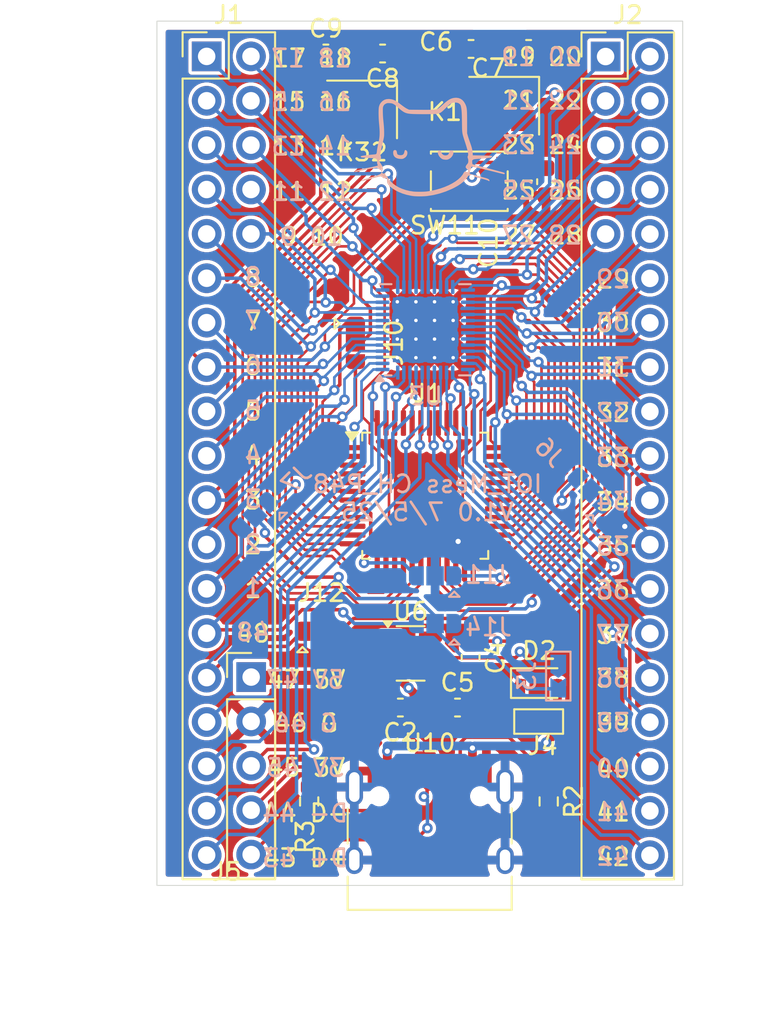
<source format=kicad_pcb>
(kicad_pcb (version 20241229) (generator "pcbnew") (generator_version "9.0")
  (layers (0 "F.Cu" signal) (2 "B.Cu" signal) (13 "F.Paste" user) (15 "B.Paste" user) (5 "F.SilkS" user "F.Silkscreen") (7 "B.SilkS" user "B.Silkscreen") (1 "F.Mask" user) (3 "B.Mask" user) (25 "Edge.Cuts" user))
  (net 0 "")
  (net 1 "5V")
  (net 2 "GND")
  (net 3 "+3.3V")
  (net 4 "Net-(J10-C)")
  (net 5 "Net-(D2-A)")
  (net 6 "Net-(J3-A)")
  (net 7 "Net-(U10-CC2)")
  (net 8 "Net-(U10-CC1)")
  (net 9 "P_34")
  (net 10 "P_21")
  (net 11 "P_7")
  (net 12 "P_44")
  (net 13 "P_33")
  (net 14 "P_36")
  (net 15 "P_22")
  (net 16 "P_19")
  (net 17 "P_6")
  (net 18 "P_40")
  (net 19 "P_23")
  (net 20 "P_37")
  (net 21 "P_24")
  (net 22 "P_46")
  (net 23 "P_27")
  (net 24 "P_48")
  (net 25 "P_11")
  (net 26 "P_28")
  (net 27 "P_42")
  (net 28 "P_10")
  (net 29 "P_30")
  (net 30 "P_29")
  (net 31 "P_12")
  (net 32 "P_39")
  (net 33 "P_47")
  (net 34 "P_15")
  (net 35 "P_26")
  (net 36 "P_31")
  (net 37 "P_35")
  (net 38 "P_25")
  (net 39 "P_18")
  (net 40 "P_4")
  (net 41 "P_38")
  (net 42 "P_20")
  (net 43 "P_45")
  (net 44 "P_17")
  (net 45 "P_32")
  (net 46 "P_41")
  (net 47 "P_3")
  (net 48 "P_2")
  (net 49 "P_13")
  (net 50 "P_5")
  (net 51 "P_14")
  (net 52 "P_8")
  (net 53 "P_16")
  (net 54 "P_43")
  (net 55 "P_1")
  (net 56 "P_9")
  (net 59 "D-")
  (net 60 "D+")
  (footprint "IOT-Mess-Footprints:Jumper-3_P1.3mm_Open_RoundedPad1.0x1.5mm" (layer "F.Cu") (at 199.875 91.725 -90)
    (property "Reference" "J10")
    (property "Value" "Jumper")
  )
  (footprint "Connector_PinHeader_2.54mm:PinHeader_1x05_P2.54mm_Vertical" (layer "F.Cu") (at 193.9 110.855668)
    (property "Reference" "J5")
    (property "Value" "Conn_01x05_Pin")
  )
  (footprint "Crystal:Crystal_SMD_3225-4Pin_3.2x2.5mm" (layer "F.Cu") (at 208.4 78.150001 180)
    (property "Reference" "K1")
    (property "Value" "Crystal")
  )
  (footprint "Capacitor_SMD:C_0603_1608Metric" (layer "F.Cu") (at 205.725 112.6)
    (property "Reference" "C5")
    (property "Value" "1u")
  )
  (footprint "Package_QFP:LQFP-48-1EP_7x7mm_P0.5mm_EP3.6x3.6mm" (layer "F.Cu") (at 203.875 100.475)
    (property "Reference" "U1")
    (property "Value" "~")
  )
  (footprint "Crystal:Crystal_SMD_3225-4Pin_3.2x2.5mm" (layer "F.Cu") (at 200.25741 78.36259 180)
    (property "Reference" "K32")
    (property "Value" "Crystal")
  )
  (footprint "IOT-Mess-Footprints:Jumpper-triangle" (layer "F.Cu") (at 210.375001 113.4 180)
    (property "Reference" "J4")
    (property "Value" "Jumper_2")
  )
  (footprint "Resistor_SMD:R_0603_1608Metric" (layer "F.Cu") (at 197.225 117.975 -90)
    (property "Reference" "R3")
    (property "Value" "5.1K")
  )
  (footprint "Capacitor_SMD:C_0603_1608Metric" (layer "F.Cu") (at 206.475 109.725 -90)
    (property "Reference" "C4")
    (property "Value" "1u")
  )
  (footprint "Capacitor_SMD:C_0603_1608Metric" (layer "F.Cu") (at 210.8 82.5 -90)
    (property "Reference" "C10")
    (property "Value" ".1u")
  )
  (footprint "Capacitor_SMD:C_0603_1608Metric" (layer "F.Cu") (at 201.43241 75.16259 180)
    (property "Reference" "C8")
    (property "Value" "15-30pF")
  )
  (footprint "Connector_PinHeader_2.54mm:PinHeader_2x19_P2.54mm_Vertical" (layer "F.Cu") (at 191.35 75.3275)
    (property "Reference" "J1")
    (property "Value" "Conn_02x19_Odd_Even")
  )
  (footprint "Connector_USB:USB_C_Receptacle_HRO_TYPE-C-31-M-12" (layer "F.Cu") (at 204.13 120.28)
    (property "Reference" "U10")
    (property "Value" "USB_C_Receptacle_USB2.0_16P")
  )
  (footprint "Resistor_SMD:R_0603_1608Metric" (layer "F.Cu") (at 210.95 117.975 -90)
    (property "Reference" "R2")
    (property "Value" "5.1K")
  )
  (footprint "Button_Switch_SMD:SW_SPST_PTS810" (layer "F.Cu") (at 206.4 82.475002)
    (property "Reference" "SW11")
    (property "Value" "SW_Push")
  )
  (footprint "Capacitor_SMD:C_0603_1608Metric" (layer "F.Cu") (at 206.5 74.900001)
    (property "Reference" "C6")
    (property "Value" "12-25pF")
  )
  (footprint "Capacitor_SMD:C_0603_1608Metric" (layer "F.Cu") (at 209.800001 74.900001 180)
    (property "Reference" "C7")
    (property "Value" "12-25pF")
  )
  (footprint "Package_TO_SOT_SMD:SOT-23-5" (layer "F.Cu") (at 203.0375 109.5)
    (property "Reference" "U6")
    (property "Value" "ME6211C33M5")
  )
  (footprint "Connector_PinHeader_2.54mm:PinHeader_2x19_P2.54mm_Vertical" (layer "F.Cu") (at 214.21 75.335)
    (property "Reference" "J2")
    (property "Value" "Conn_02x19_Odd_Even")
  )
  (footprint "Capacitor_SMD:C_0603_1608Metric" (layer "F.Cu") (at 202.45 112.6 180)
    (property "Reference" "C2")
    (property "Value" "10u")
  )
  (footprint "Capacitor_SMD:C_0603_1608Metric" (layer "F.Cu") (at 198.18241 75.16259)
    (property "Reference" "C9")
    (property "Value" "15-30pF")
  )
  (footprint "IOT-Mess-Footprints:Jumper-3_P1.3mm_Open_RoundedPad1.0x1.5mm" (layer "F.Cu") (at 197.94 108.2325)
    (property "Reference" "J12")
    (property "Value" "Jumper")
  )
  (footprint "Diode_SMD:D_SOD-323" (layer "F.Cu") (at 210.4 111.2)
    (property "Reference" "D2")
    (property "Value" "1N5819WS")
  )
  (footprint "IOT-Mess-Footprints:catIcon8x8" (layer "B.Cu") (at 204 80.5 180)
    (property "Reference" "G***" (hide yes))
    (property "Value" "LOGO" (hide yes))
  )
  (footprint "IOT-Mess-Footprints:Jumper-3_P1.3mm_Open_RoundedPad1.0x1.5mm" (layer "B.Cu") (at 213.352183 100.182183 135)
    (property "Reference" "J6")
    (property "Value" "Jumper")
  )
  (footprint "IOT-Mess-Footprints:Jumpper-triangle" (layer "B.Cu") (at 211.5 110.8 -90)
    (property "Reference" "J3")
    (property "Value" "Jumper_2")
  )
  (footprint "IOT-Mess-Footprints:Jumper-3_P1.3mm_Open_RoundedPad1.0x1.5mm" (layer "B.Cu") (at 194.111789 101.59 -135)
    (property "Reference" "J7")
    (property "Value" "Jumper")
  )
  (footprint "IOT-Mess-Footprints:Jumper-3_P1.3mm_Open_RoundedPad1.0x1.5mm" (layer "B.Cu") (at 204.44 107.7925 180)
    (property "Reference" "J14")
    (property "Value" "Jumper")
  )
  (footprint "IOT-Mess-Footprints:Jumper-3_P1.3mm_Open_RoundedPad1.0x1.5mm" (layer "B.Cu") (at 204.440001 105.06 180)
    (property "Reference" "J11")
    (property "Value" "Jumper")
  )
  (footprint "Package_DFN_QFN:QFN-48-1EP_5x5mm_P0.35mm_EP3.7x3.7mm_ThermalVias" (layer "B.Cu") (at 203.875 90.975)
    (property "Reference" "U3")
    (property "Value" "CH32L103C8T6")
  )
  (gr_rect (start 188.5 73.3075) (end 218.63 122.7825) (stroke (width 0.05)) (fill no) (layer "Edge.Cuts"))
  (gr_text "17 18" (at 197.407409 75.43095 0) (layer "F.SilkS") (effects (font (size 1 1))))
  (gr_text "1" (at 194.01 105.810001 0) (layer "F.SilkS") (effects (font (size 1 1))))
  (gr_text "15 16" (at 197.397408 77.920948 0) (layer "F.SilkS") (effects (font (size 1 1))))
  (gr_text "35" (at 214.656125 103.381824 0) (layer "F.SilkS") (effects (font (size 1 1))))
  (gr_text "38" (at 214.646125 110.931823 0) (layer "F.SilkS") (effects (font (size 1 1))))
  (gr_text "25 26" (at 210.591866 82.994407 0) (layer "F.SilkS") (effects (font (size 1 1))))
  (gr_text "21 22" (at 210.581866 77.844406 0) (layer "F.SilkS") (effects (font (size 1 1))))
  (gr_text "11 12" (at 197.407408 83.070949 0) (layer "F.SilkS") (effects (font (size 1 1))))
  (gr_text "40" (at 214.656126 116.111825 0) (layer "F.SilkS") (effects (font (size 1 1))))
  (gr_text "29\n" (at 214.656126 88.091825 0) (layer "F.SilkS") (effects (font (size 1 1))))
  (gr_text "5" (at 194.01 95.650001 0) (layer "F.SilkS") (effects (font (size 1 1))))
  (gr_text "42" (at 214.646125 121.151824 0) (layer "F.SilkS") (effects (font (size 1 1))))
  (gr_text "6" (at 194 93.050001 0) (layer "F.SilkS") (effects (font (size 1 1))))
  (gr_text "33" (at 214.656125 98.301825 0) (layer "F.SilkS") (effects (font (size 1 1))))
  (gr_text "45 3V" (at 197.044755 116.042247 0) (layer "F.SilkS") (effects (font (size 1 1))))
  (gr_text "47 5V" (at 197.054756 111.002248 0) (layer "F.SilkS") (effects (font (size 1 1))))
  (gr_text "2" (at 194.01 103.300001 0) (layer "F.SilkS") (effects (font (size 1 1))))
  (gr_text "34" (at 214.656125 100.821825 0) (layer "F.SilkS") (effects (font (size 1 1))))
  (gr_text "27 28" (at 210.591866 85.564408 0) (layer "F.SilkS") (effects (font (size 1 1))))
  (gr_text "8" (at 194.010001 88.010002 0) (layer "F.SilkS") (effects (font (size 1 1))))
  (gr_text "23 24" (at 210.581866 80.394407 0) (layer "F.SilkS") (effects (font (size 1 1))))
  (gr_text "9 10" (at 197.407408 85.64095 0) (layer "F.SilkS") (effects (font (size 1 1))))
  (gr_text "13 14" (at 197.397408 80.470949 0) (layer "F.SilkS") (effects (font (size 1 1))))
  (gr_text "46 G" (at 197.044755 113.492246 0) (layer "F.SilkS") (effects (font (size 1 1))))
  (gr_text "37" (at 214.656126 108.441825 0) (layer "F.SilkS") (effects (font (size 1 1))))
  (gr_text "36" (at 214.656125 105.891824 0) (layer "F.SilkS") (effects (font (size 1 1))))
  (gr_text "3" (at 194.01 100.740002 0) (layer "F.SilkS") (effects (font (size 1 1))))
  (gr_text "39" (at 214.646125 113.481824 0) (layer "F.SilkS") (effects (font (size 1 1))))
  (gr_text "7" (at 194 90.5 0) (layer "F.SilkS") (effects (font (size 1 1))))
  (gr_text "19 20" (at 210.591867 75.354408 0) (layer "F.SilkS") (effects (font (size 1 1))))
  (gr_text "32" (at 214.656125 95.731824 0) (layer "F.SilkS") (effects (font (size 1 1))))
  (gr_text "48" (at 194.010001 108.360002 0) (layer "F.SilkS") (effects (font (size 1 1))))
  (gr_text "30" (at 214.646125 90.581823 0) (layer "F.SilkS") (effects (font (size 1 1))))
  (gr_text "43 D+" (at 197.054755 121.212248 0) (layer "F.SilkS") (effects (font (size 1 1))))
  (gr_text "31" (at 214.646125 93.131824 0) (layer "F.SilkS") (effects (font (size 1 1))))
  (gr_text "41" (at 214.646125 118.601823 0) (layer "F.SilkS") (effects (font (size 1 1))))
  (gr_text "4" (at 194.01 98.220002 0) (layer "F.SilkS") (effects (font (size 1 1))))
  (gr_text "44 D-" (at 197.054755 118.642247 0) (layer "F.SilkS") (effects (font (size 1 1))))
  (gr_text "32" (at 214.621728 95.71 0) (layer "B.SilkS") (effects (font (size 1 1)) (justify mirror)))
  (gr_text "IOT_Mess CH_P48\nV1.0 7/5/25" (at 204 102 0) (layer "B.SilkS") (effects (font (size 1 1)) (justify bottom mirror)))
  (gr_text "35" (at 214.621728 103.36 0) (layer "B.SilkS") (effects (font (size 1 1)) (justify mirror)))
  (gr_text "34" (at 214.621728 100.800001 0) (layer "B.SilkS") (effects (font (size 1 1)) (justify mirror)))
  (gr_text "42" (at 214.631729 121.13 0) (layer "B.SilkS") (effects (font (size 1 1)) (justify mirror)))
  (gr_text "38" (at 214.631729 110.909999 0) (layer "B.SilkS") (effects (font (size 1 1)) (justify mirror)))
  (gr_text "5V 47" (at 196.99 111.010002 0) (layer "B.SilkS") (effects (font (size 1 1)) (justify mirror)))
  (gr_text "5" (at 194 95.580328 0) (layer "B.SilkS") (effects (font (size 1 1)) (justify mirror)))
  (gr_text "16 15" (at 197.352653 77.928702 0) (layer "B.SilkS") (effects (font (size 1 1)) (justify mirror)))
  (gr_text "2" (at 194 103.230328 0) (layer "B.SilkS") (effects (font (size 1 1)) (justify mirror)))
  (gr_text "26 25" (at 210.527112 83.002162 0) (layer "B.SilkS") (effects (font (size 1 1)) (justify mirror)))
  (gr_text "14 13" (at 197.352653 80.478703 0) (layer "B.SilkS") (effects (font (size 1 1)) (justify mirror)))
  (gr_text "48" (at 193.999999 108.290329 0) (layer "B.SilkS") (effects (font (size 1 1)) (justify mirror)))
  (gr_text "37" (at 214.621727 108.420001 0) (layer "B.SilkS") (effects (font (size 1 1)) (justify mirror)))
  (gr_text "22 21" (at 210.537111 77.85216 0) (layer "B.SilkS") (effects (font (size 1 1)) (justify mirror)))
  (gr_text "24 23" (at 210.537111 80.402161 0) (layer "B.SilkS") (effects (font (size 1 1)) (justify mirror)))
  (gr_text "D- 44" (at 196.990001 118.650002 0) (layer "B.SilkS") (effects (font (size 1 1)) (justify mirror)))
  (gr_text "31" (at 214.631729 93.11 0) (layer "B.SilkS") (effects (font (size 1 1)) (justify mirror)))
  (gr_text "3" (at 194 100.670329 0) (layer "B.SilkS") (effects (font (size 1 1)) (justify mirror)))
  (gr_text "20 19" (at 210.527111 75.362162 0) (layer "B.SilkS") (effects (font (size 1 1)) (justify mirror)))
  (gr_text "3V 45" (at 197 116.050001 0) (layer "B.SilkS") (effects (font (size 1 1)) (justify mirror)))
  (gr_text "39" (at 214.631729 113.46 0) (layer "B.SilkS") (effects (font (size 1 1)) (justify mirror)))
  (gr_text "6" (at 194.010001 92.980328 0) (layer "B.SilkS") (effects (font (size 1 1)) (justify mirror)))
  (gr_text "7" (at 194.010001 90.430327 0) (layer "B.SilkS") (effects (font (size 1 1)) (justify mirror)))
  (gr_text "D+ 43" (at 196.990001 121.220002 0) (layer "B.SilkS") (effects (font (size 1 1)) (justify mirror)))
  (gr_text "29\n" (at 214.621727 88.070001 0) (layer "B.SilkS") (effects (font (size 1 1)) (justify mirror)))
  (gr_text "30" (at 214.631729 90.559999 0) (layer "B.SilkS") (effects (font (size 1 1)) (justify mirror)))
  (gr_text "36" (at 214.621728 105.87 0) (layer "B.SilkS") (effects (font (size 1 1)) (justify mirror)))
  (gr_text "8" (at 193.999999 87.940329 0) (layer "B.SilkS") (effects (font (size 1 1)) (justify mirror)))
  (gr_text "18 17" (at 197.342653 75.438704 0) (layer "B.SilkS") (effects (font (size 1 1)) (justify mirror)))
  (gr_text "41" (at 214.631729 118.579999 0) (layer "B.SilkS") (effects (font (size 1 1)) (justify mirror)))
  (gr_text "1" (at 194 105.740328 0) (layer "B.SilkS") (effects (font (size 1 1)) (justify mirror)))
  (gr_text "33" (at 214.621728 98.280001 0) (layer "B.SilkS") (effects (font (size 1 1)) (justify mirror)))
  (gr_text "G 46" (at 197 113.5 0) (layer "B.SilkS") (effects (font (size 1 1)) (justify mirror)))
  (gr_text "10 9" (at 197.342654 85.648704 0) (layer "B.SilkS") (effects (font (size 1 1)) (justify mirror)))
  (gr_text "28 27" (at 210.527112 85.572162 0) (layer "B.SilkS") (effects (font (size 1 1)) (justify mirror)))
  (gr_text "12 11" (at 197.342654 83.078704 0) (layer "B.SilkS") (effects (font (size 1 1)) (justify mirror)))
  (gr_text "40" (at 214.621727 116.090001 0) (layer "B.SilkS") (effects (font (size 1 1)) (justify mirror)))
  (gr_text "4" (at 194 98.150329 0) (layer "B.SilkS") (effects (font (size 1 1)) (justify mirror)))
  (segment (start 203.225 111.775) (end 202.925 111.475) (width 0.5) (layer "F.Cu") (net 1))
  (segment (start 201.9 108.55) (end 201.237501 108.55) (width 0.5) (layer "F.Cu") (net 1))
  (segment (start 209.35 111.2) (end 209.35 113.099998) (width 0.5) (layer "F.Cu") (net 1))
  (segment (start 204.95 112.6) (end 205.876 111.674) (width 0.5) (layer "F.Cu") (net 1))
  (segment (start 201.237501 108.55) (end 200.7865 109.001001) (width 0.5) (layer "F.Cu") (net 1))
  (segment (start 209.35 113.099998) (end 209.650002 113.4) (width 0.5) (layer "F.Cu") (net 1))
  (segment (start 201.3334 110.45) (end 201.9 110.45) (width 0.5) (layer "F.Cu") (net 1))
  (segment (start 194 110.9) (end 201.45 110.9) (width 0.8) (layer "F.Cu") (net 1))
  (segment (start 203.225 112.6) (end 203.225 111.775) (width 0.5) (layer "F.Cu") (net 1))
  (segment (start 193.9 110.855668) (end 193.955668 110.855668) (width 0.8) (layer "F.Cu") (net 1))
  (segment (start 208.876 111.674) (end 209.35 111.2) (width 0.5) (layer "F.Cu") (net 1))
  (segment (start 200.7865 109.9031) (end 201.3334 110.45) (width 0.5) (layer "F.Cu") (net 1))
  (segment (start 201.9 110.45) (end 202.925 111.475) (width 0.5) (layer "F.Cu") (net 1))
  (segment (start 204.95 112.6) (end 203.225 112.6) (width 0.5) (layer "F.Cu") (net 1))
  (segment (start 193.955668 110.855668) (end 194 110.9) (width 0.8) (layer "F.Cu") (net 1))
  (segment (start 200.7865 109.001001) (end 200.7865 109.9031) (width 0.5) (layer "F.Cu") (net 1))
  (segment (start 201.45 110.9) (end 201.9 110.45) (width 0.8) (layer "F.Cu") (net 1))
  (segment (start 205.876 111.674) (end 208.876 111.674) (width 0.5) (layer "F.Cu") (net 1))
  (via (at 202.925 111.475) (size 0.6) (drill 0.3) (layers "F.Cu" "B.Cu") (net 1))
  (segment (start 203.000001 111.550001) (end 202.925 111.475) (width 0.2) (layer "B.Cu") (net 1))
  (via (at 215.31 102.23) (size 0.6) (drill 0.3) (layers "F.Cu" "B.Cu") (net 2))
  (via (at 205.76 103.09) (size 0.6) (drill 0.3) (layers "F.Cu" "B.Cu") (net 2))
  (segment (start 197.043001 105.133001) (end 194.691999 102.781999) (width 0.2) (layer "F.Cu") (net 3))
  (segment (start 198.909827 105.133001) (end 197.043001 105.133001) (width 0.2) (layer "F.Cu") (net 3))
  (segment (start 198.909828 105.133) (end 198.909827 105.133001) (width 0.2) (layer "F.Cu") (net 3))
  (segment (start 208 108.8) (end 206.625 108.8) (width 0.2) (layer "F.Cu") (net 3))
  (segment (start 208 108.8) (end 210.42 108.8) (width 0.2) (layer "F.Cu") (net 3))
  (segment (start 206.625 108.8) (end 206.475 108.95) (width 0.2) (layer "F.Cu") (net 3))
  (segment (start 210.42 108.8) (end 210.88 108.34) (width 0.2) (layer "F.Cu") (net 3))
  (segment (start 214.686365 104.533635) (end 210.88 108.34) (width 0.2) (layer "F.Cu") (net 3))
  (segment (start 194.835668 115) (end 197.5 115) (width 0.2) (layer "F.Cu") (net 3))
  (segment (start 194.691999 102.781999) (end 194.691999 102.596008) (width 0.2) (layer "F.Cu") (net 3))
  (segment (start 214.716365 104.533635) (end 214.686365 104.533635) (width 0.2) (layer "F.Cu") (net 3))
  (segment (start 193.9 115.935668) (end 194.835668 115) (width 0.2) (layer "F.Cu") (net 3))
  (via (at 194.691999 102.596008) (size 0.6) (drill 0.3) (layers "F.Cu" "B.Cu") (net 3))
  (via (at 198.909828 105.133) (size 0.6) (drill 0.3) (layers "F.Cu" "B.Cu") (net 3))
  (via (at 208 108.8) (size 0.6) (drill 0.3) (layers "F.Cu" "B.Cu") (net 3))
  (via (at 197.5 115) (size 0.6) (drill 0.3) (layers "F.Cu" "B.Cu") (net 3))
  (via (at 214.716365 104.533635) (size 0.6) (drill 0.3) (layers "F.Cu" "B.Cu") (net 3))
  (segment (start 208 109.2) (end 207.5 109.7) (width 0.2) (layer "B.Cu") (net 3))
  (segment (start 207.5 109.7) (end 207.9 109.7) (width 0.2) (layer "B.Cu") (net 3))
  (segment (start 197.5 115) (end 197 114.5) (width 0.2) (layer "B.Cu") (net 3))
  (segment (start 207.5 109.7) (end 206.014747 109.7) (width 0.2) (layer "B.Cu") (net 3))
  (segment (start 204.44 107.6425) (end 204.44 107.975253) (width 0.2) (layer "B.Cu") (net 3))
  (segment (start 197 107.042828) (end 198.909828 105.133) (width 0.2) (layer "B.Cu") (net 3))
  (segment (start 204.44 107.37) (end 204.44 107.7925) (width 0.2) (layer "B.Cu") (net 3))
  (segment (start 209.724999 111.524999) (end 211.5 111.524999) (width 0.2) (layer "B.Cu") (net 3))
  (segment (start 212.78 102.59727) (end 212.78 100.754366) (width 0.2) (layer "B.Cu") (net 3))
  (segment (start 212.78 100.754366) (end 213.352183 100.182183) (width 0.2) (layer "B.Cu") (net 3))
  (segment (start 199.875991 106.36) (end 203.43 106.36) (width 0.2) (layer "B.Cu") (net 3))
  (segment (start 206.014747 109.7) (end 204.44 108.125253) (width 0.2) (layer "B.Cu") (net 3))
  (segment (start 203.43 106.36) (end 204.44 107.37) (width 0.2) (layer "B.Cu") (net 3))
  (segment (start 214.716365 104.533635) (end 212.78 102.59727) (width 0.2) (layer "B.Cu") (net 3))
  (segment (start 194.691999 102.287633) (end 194.332183 101.927817) (width 0.2) (layer "B.Cu") (net 3))
  (segment (start 194.691999 102.596008) (end 194.691999 102.287633) (width 0.2) (layer "B.Cu") (net 3))
  (segment (start 208 108.8) (end 208 109.2) (width 0.2) (layer "B.Cu") (net 3))
  (segment (start 207.9 109.7) (end 209.724999 111.524999) (width 0.2) (layer "B.Cu") (net 3))
  (segment (start 197 114.5) (end 197 107.042828) (width 0.2) (layer "B.Cu") (net 3))
  (segment (start 198.909828 105.393837) (end 199.875991 106.36) (width 0.2) (layer "B.Cu") (net 3))
  (segment (start 198.909828 105.133) (end 198.909828 105.393837) (width 0.2) (layer "B.Cu") (net 3))
  (segment (start 199.875 91.725) (end 200.207753 91.725) (width 0.2) (layer "F.Cu") (net 4))
  (segment (start 200.207753 91.725) (end 200.731 91.201753) (width 0.2) (layer "F.Cu") (net 4))
  (segment (start 200.17 87.875057) (end 203.499 84.546057) (width 0.2) (layer "F.Cu") (net 4))
  (segment (start 200.731 91.201753) (end 200.731 89.741) (width 0.2) (layer "F.Cu") (net 4))
  (segment (start 210.575 74.900001) (end 210.575001 76.225001) (width 0.2) (layer "F.Cu") (net 4))
  (segment (start 203.499 84.546057) (end 203.499 82.924002) (width 0.2) (layer "F.Cu") (net 4))
  (segment (start 204.173002 82.25) (end 206.55 82.25) (width 0.2) (layer "F.Cu") (net 4))
  (segment (start 211.28 77.4) (end 209.599999 77.4) (width 0.2) (layer "F.Cu") (net 4))
  (segment (start 210.575001 76.225001) (end 209.5 77.300001) (width 0.2) (layer "F.Cu") (net 4))
  (segment (start 200.17 89.18) (end 200.17 87.875057) (width 0.2) (layer "F.Cu") (net 4))
  (segment (start 209.599999 77.4) (end 209.5 77.300001) (width 0.2) (layer "F.Cu") (net 4))
  (segment (start 203.499 82.924002) (end 204.173002 82.25) (width 0.2) (layer "F.Cu") (net 4))
  (segment (start 200.731 89.741) (end 200.17 89.18) (width 0.2) (layer "F.Cu") (net 4))
  (via (at 206.55 82.25) (size 0.6) (drill 0.3) (layers "F.Cu" "B.Cu") (net 4))
  (via (at 211.28 77.4) (size 0.6) (drill 0.3) (layers "F.Cu" "B.Cu") (net 4))
  (segment (start 206.55 82.25) (end 206.55 82.13) (width 0.2) (layer "B.Cu") (net 4))
  (segment (start 206.55 82.13) (end 211.28 77.4) (width 0.2) (layer "B.Cu") (net 4))
  (segment (start 201.7 116.215) (end 201.68 116.235) (width 0.5) (layer "F.Cu") (net 5))
  (segment (start 206.58 114.92) (end 206.58 116.235) (width 0.5) (layer "F.Cu") (net 5))
  (segment (start 201.7 115.1) (end 201.7 116.215) (width 0.5) (layer "F.Cu") (net 5))
  (segment (start 211.1 113.4) (end 211.1 114.3) (width 0.5) (layer "F.Cu") (net 5))
  (segment (start 211.45 113.05) (end 211.1 113.4) (width 0.5) (layer "F.Cu") (net 5))
  (segment (start 211.45 111.2) (end 211.45 113.05) (width 0.5) (layer "F.Cu") (net 5))
  (segment (start 211.1 114.3) (end 210.8 114.6) (width 0.5) (layer "F.Cu") (net 5))
  (via (at 210.8 114.6) (size 0.6) (drill 0.3) (layers "F.Cu" "B.Cu") (net 5))
  (via (at 201.7 115.1) (size 0.6) (drill 0.3) (layers "F.Cu" "B.Cu") (net 5))
  (via (at 206.58 114.92) (size 0.6) (drill 0.3) (layers "F.Cu" "B.Cu") (net 5))
  (segment (start 210.6 114.8) (end 210.8 114.6) (width 0.5) (layer "B.Cu") (net 5))
  (segment (start 206.58 114.92) (end 206.46 114.8) (width 0.5) (layer "B.Cu") (net 5))
  (segment (start 206.58 114.92) (end 206.7 114.8) (width 0.5) (layer "B.Cu") (net 5))
  (segment (start 206.46 114.8) (end 201.701 114.8) (width 0.5) (layer "B.Cu") (net 5))
  (segment (start 201.7 114.801) (end 201.7 115.1) (width 0.5) (layer "B.Cu") (net 5))
  (segment (start 206.7 114.8) (end 210.6 114.8) (width 0.5) (layer "B.Cu") (net 5))
  (segment (start 201.701 114.8) (end 201.7 114.801) (width 0.5) (layer "B.Cu") (net 5))
  (segment (start 209.3 109.4) (end 209.3 109.498) (width 0.2) (layer "F.Cu") (net 6))
  (segment (start 209.3 109.498) (end 209.049 109.749) (width 0.2) (layer "F.Cu") (net 6))
  (segment (start 205.374 109.749) (end 204.175 108.55) (width 0.2) (layer "F.Cu") (net 6))
  (segment (start 209.049 109.749) (end 205.374 109.749) (width 0.2) (layer "F.Cu") (net 6))
  (via (at 209.3 109.4) (size 0.6) (drill 0.3) (layers "F.Cu" "B.Cu") (net 6))
  (segment (start 210.2 110.3) (end 211.275001 110.3) (width 0.2) (layer "B.Cu") (net 6))
  (segment (start 211.275001 110.3) (end 211.5 110.075001) (width 0.2) (layer "B.Cu") (net 6))
  (segment (start 209.3 109.4) (end 210.2 110.3) (width 0.2) (layer "B.Cu") (net 6))
  (segment (start 206.2 114.3) (end 208.68 114.3) (width 0.2) (layer "F.Cu") (net 7))
  (segment (start 208.68 114.3) (end 210.95 116.57) (width 0.2) (layer "F.Cu") (net 7))
  (segment (start 210.95 116.57) (end 210.95 117.15) (width 0.2) (layer "F.Cu") (net 7))
  (segment (start 205.88 114.62) (end 206.2 114.3) (width 0.2) (layer "F.Cu") (net 7))
  (segment (start 205.88 116.235) (end 205.88 114.62) (width 0.2) (layer "F.Cu") (net 7))
  (segment (start 198.576 118.501) (end 197.225 117.15) (width 0.2) (layer "F.Cu") (net 8))
  (segment (start 202.88 117.212) (end 201.591 118.501) (width 0.2) (layer "F.Cu") (net 8))
  (segment (start 202.88 116.235) (end 202.88 117.212) (width 0.2) (layer "F.Cu") (net 8))
  (segment (start 201.591 118.501) (end 198.576 118.501) (width 0.2) (layer "F.Cu") (net 8))
  (segment (start 209.125 96.825) (end 209.402 97.102) (width 0.15) (layer "F.Cu") (net 9))
  (segment (start 209.125 95.262489) (end 209.125 96.825) (width 0.15) (layer "F.Cu") (net 9))
  (segment (start 209.402 97.102) (end 209.402 98.096468) (width 0.15) (layer "F.Cu") (net 9))
  (segment (start 209.402 98.096468) (end 208.773468 98.725) (width 0.15) (layer "F.Cu") (net 9))
  (segment (start 208.773468 98.725) (end 208.0375 98.725) (width 0.15) (layer "F.Cu") (net 9))
  (via (at 209.099 95.028013) (size 0.6) (drill 0.3) (layers "F.Cu" "B.Cu") (net 9))
  (segment (start 211.828013 95.028013) (end 209.099 95.028013) (width 0.2) (layer "B.Cu") (net 9))
  (segment (start 216.75 100.735) (end 216.75 99.95) (width 0.2) (layer "B.Cu") (net 9))
  (segment (start 216.75 99.95) (end 211.828013 95.028013) (width 0.2) (layer "B.Cu") (net 9))
  (segment (start 207.35 91.85) (end 206.325 91.85) (width 0.15) (layer "B.Cu") (net 9))
  (segment (start 208.75 94.679013) (end 209.099 95.028013) (width 0.15) (layer "B.Cu") (net 9))
  (segment (start 208.75 93.25) (end 208.75 94.679013) (width 0.15) (layer "B.Cu") (net 9))
  (segment (start 208.75 93.25) (end 207.35 91.85) (width 0.15) (layer "B.Cu") (net 9))
  (segment (start 213.781 100.206636) (end 213.781 100.886224) (width 0.15) (layer "F.Cu") (net 10))
  (segment (start 213.783002 99.838183) (end 213.783002 100.204634) (width 0.15) (layer "F.Cu") (net 10))
  (segment (start 204.778413 86.788413) (end 204.778413 86.601587) (width 0.15) (layer "F.Cu") (net 10))
  (segment (start 208.577808 106.090831) (end 208.576393 106.090831) (width 0.15) (layer "F.Cu") (net 10))
  (segment (start 213.783002 100.204634) (end 213.781 100.206636) (width 0.15) (layer "F.Cu") (net 10))
  (segment (start 208.576393 106.090831) (end 208.314225 106.353) (width 0.15) (layer "F.Cu") (net 10))
  (segment (start 209.120831 105.546393) (end 209.120831 105.547808) (width 0.15) (layer "F.Cu") (net 10))
  (segment (start 204.778413 86.601587) (end 205.03 86.35) (width 0.15) (layer "F.Cu") (net 10))
  (segment (start 210.300073 86.35) (end 213.794 89.843927) (width 0.15) (layer "F.Cu") (net 10))
  (segment (start 206.104532 106.353) (end 205.125 105.373468) (width 0.15) (layer "F.Cu") (net 10))
  (segment (start 213.794 99.827184) (end 213.783002 99.838183) (width 0.15) (layer "F.Cu") (net 10))
  (segment (start 209.120831 105.547808) (end 208.577808 106.090831) (width 0.15) (layer "F.Cu") (net 10))
  (segment (start 205.125 105.373468) (end 205.125 104.6375) (width 0.15) (layer "F.Cu") (net 10))
  (segment (start 213.781 100.886224) (end 209.120831 105.546393) (width 0.15) (layer "F.Cu") (net 10))
  (segment (start 213.794 89.843927) (end 213.794 99.827184) (width 0.15) (layer "F.Cu") (net 10))
  (segment (start 205.03 86.35) (end 210.300073 86.35) (width 0.15) (layer "F.Cu") (net 10))
  (segment (start 208.314225 106.353) (end 206.104532 106.353) (width 0.15) (layer "F.Cu") (net 10))
  (via (at 204.778413 86.788413) (size 0.6) (drill 0.3) (layers "F.Cu" "B.Cu") (net 10))
  (segment (start 205.710178 86.344174) (end 205.222652 86.344174) (width 0.2) (layer "B.Cu") (net 10))
  (segment (start 208.4603 86.3355) (end 205.718852 86.3355) (width 0.2) (layer "B.Cu") (net 10))
  (segment (start 204.778413 86.891587) (end 204.4 87.27) (width 0.15) (layer "B.Cu") (net 10))
  (segment (start 204.778413 86.788413) (end 204.778413 86.891587) (width 0.15) (layer "B.Cu") (net 10))
  (segment (start 204.4 87.27) (end 204.4 88.524999) (width 0.15) (layer "B.Cu") (net 10))
  (segment (start 211.808 82.9878) (end 208.4603 86.3355) (width 0.2) (layer "B.Cu") (net 10))
  (segment (start 205.718852 86.3355) (end 205.710178 86.344174) (width 0.2) (layer "B.Cu") (net 10))
  (segment (start 205.222652 86.344174) (end 204.778413 86.788413) (width 0.2) (layer "B.Cu") (net 10))
  (segment (start 211.808 80.277) (end 211.808 82.9878) (width 0.2) (layer "B.Cu") (net 10))
  (segment (start 214.21 77.875) (end 211.808 80.277) (width 0.2) (layer "B.Cu") (net 10))
  (segment (start 198.125 91.9375) (end 198.125 91.135) (width 0.15) (layer "F.Cu") (net 11))
  (segment (start 196.925 98.821468) (end 198.828532 100.725) (width 0.15) (layer "F.Cu") (net 11))
  (segment (start 198.125 91.135) (end 199.79 89.47) (width 0.15) (layer "F.Cu") (net 11))
  (segment (start 199.79 87.71) (end 203.123 84.377) (width 0.15) (layer "F.Cu") (net 11))
  (segment (start 203.123 82.602002) (end 204.325 81.400002) (width 0.15) (layer "F.Cu") (net 11))
  (segment (start 203.123 84.377) (end 203.123 82.602002) (width 0.15) (layer "F.Cu") (net 11))
  (segment (start 208.799998 81.725) (end 208.475 81.400002) (width 0.2) (layer "F.Cu") (net 11))
  (segment (start 198.125 91.9375) (end 196.925 93.1375) (width 0.15) (layer "F.Cu") (net 11))
  (segment (start 198.828532 100.725) (end 199.7125 100.725) (width 0.15) (layer "F.Cu") (net 11))
  (segment (start 210.8 81.725) (end 208.799998 81.725) (width 0.2) (layer "F.Cu") (net 11))
  (segment (start 196.925 93.1375) (end 196.925 98.821468) (width 0.15) (layer "F.Cu") (net 11))
  (segment (start 199.79 89.47) (end 199.79 87.71) (width 0.15) (layer "F.Cu") (net 11))
  (segment (start 208.475 81.4) (end 204.324999 81.4) (width 0.2) (layer "F.Cu") (net 11))
  (via (at 198.125 91.9375) (size 0.6) (drill 0.3) (layers "F.Cu" "B.Cu") (net 11))
  (segment (start 198.125 91.974269) (end 198.125 91.9375) (width 0.2) (layer "B.Cu") (net 11))
  (segment (start 198.9125 91.15) (end 201.425 91.15) (width 0.15) (layer "B.Cu") (net 11))
  (segment (start 191.35 90.5675) (end 193.489 92.7065) (width 0.2) (layer "B.Cu") (net 11))
  (segment (start 198.125 91.9375) (end 198.9125 91.15) (width 0.15) (layer "B.Cu") (net 11))
  (segment (start 193.489 92.7065) (end 197.392769 92.7065) (width 0.2) (layer "B.Cu") (net 11))
  (segment (start 197.392769 92.7065) (end 198.125 91.974269) (width 0.2) (layer "B.Cu") (net 11))
  (segment (start 202.850497 97.324502) (end 203.125 97.049999) (width 0.15) (layer "F.Cu") (net 12))
  (segment (start 202.766149 97.468676) (end 202.850497 97.384328) (width 0.15) (layer "F.Cu") (net 12))
  (segment (start 202.850497 97.384328) (end 202.850497 97.324502) (width 0.15) (layer "F.Cu") (net 12))
  (segment (start 202.766149 97.546534) (end 202.766149 97.468676) (width 0.15) (layer "F.Cu") (net 12))
  (segment (start 203.125 97.049999) (end 203.125 96.3125) (width 0.15) (layer "F.Cu") (net 12))
  (via (at 202.766149 97.546534) (size 0.6) (drill 0.3) (layers "F.Cu" "B.Cu") (net 12))
  (segment (start 202.766149 97.468676) (end 202.850497 97.384328) (width 0.15) (layer "B.Cu") (net 12))
  (segment (start 191.35 118.5075) (end 192.532832 117.324668) (width 0.2) (layer "B.Cu") (net 12))
  (segment (start 194.13876 117.324668) (end 196 115.463428) (width 0.2) (layer "B.Cu") (net 12))
  (segment (start 203.7 96.35) (end 203.7 93.425) (width 0.15) (layer "B.Cu") (net 12))
  (segment (start 202.850497 97.199503) (end 203.7 96.35) (width 0.15) (layer "B.Cu") (net 12))
  (segment (start 202.850497 97.384328) (end 202.850497 97.199503) (width 0.15) (layer "B.Cu") (net 12))
  (segment (start 202.766149 97.546534) (end 202.766149 97.468676) (width 0.15) (layer "B.Cu") (net 12))
  (segment (start 195.98645 105.98645) (end 202.766149 99.206751) (width 0.2) (layer "B.Cu") (net 12))
  (segment (start 192.532832 117.324668) (end 194.13876 117.324668) (width 0.2) (layer "B.Cu") (net 12))
  (segment (start 196 115.463428) (end 196 106) (width 0.2) (layer "B.Cu") (net 12))
  (segment (start 196 106) (end 195.98645 105.98645) (width 0.2) (layer "B.Cu") (net 12))
  (segment (start 202.766149 99.206751) (end 202.766149 97.546534) (width 0.2) (layer "B.Cu") (net 12))
  (segment (start 209.980707 106.319293) (end 215.599 100.701) (width 0.2) (layer "F.Cu") (net 13))
  (segment (start 209.753 98.241856) (end 209.62 98.374857) (width 0.15) (layer "F.Cu") (net 13))
  (segment (start 215.599 100.701) (end 215.599 99.346) (width 0.2) (layer "F.Cu") (net 13))
  (segment (start 209.675 94.789425) (end 209.675 95.266601) (width 0.15) (layer "F.Cu") (net 13))
  (segment (start 209.62 98.379999) (end 208.774999 99.225) (width 0.15) (layer "F.Cu") (net 13))
  (segment (start 209.674 94.788425) (end 209.675 94.789425) (width 0.15) (layer "F.Cu") (net 13))
  (segment (start 209.40811 94.292215) (end 209.674 94.558105) (width 0.15) (layer "F.Cu") (net 13))
  (segment (start 208.774999 99.225) (end 208.0375 99.225) (width 0.15) (layer "F.Cu") (net 13))
  (segment (start 209.674 94.558105) (end 209.674 94.788425) (width 0.15) (layer "F.Cu") (net 13))
  (segment (start 209.980707 106.580707) (end 209.980707 106.319293) (width 0.2) (layer "F.Cu") (net 13))
  (segment (start 209.674 95.267601) (end 209.674 96.861501) (width 0.15) (layer "F.Cu") (net 13))
  (segment (start 209.40811 94.193279) (end 209.40811 94.292215) (width 0.15) (layer "F.Cu") (net 13))
  (segment (start 209.62 98.374857) (end 209.62 98.379999) (width 0.15) (layer "F.Cu") (net 13))
  (segment (start 209.674 96.861501) (end 209.665945 96.869556) (width 0.15) (layer "F.Cu") (net 13))
  (segment (start 215.599 99.346) (end 216.75 98.195) (width 0.2) (layer "F.Cu") (net 13))
  (segment (start 209.675 95.266601) (end 209.674 95.267601) (width 0.15) (layer "F.Cu") (net 13))
  (segment (start 209.753 96.956612) (end 209.753 98.241856) (width 0.15) (layer "F.Cu") (net 13))
  (segment (start 209.665945 96.869556) (end 209.753 96.956612) (width 0.15) (layer "F.Cu") (net 13))
  (via (at 209.40811 94.193279) (size 0.6) (drill 0.3) (layers "F.Cu" "B.Cu") (net 13))
  (via (at 209.980707 106.580707) (size 0.6) (drill 0.3) (layers "F.Cu" "B.Cu") (net 13))
  (segment (start 215.595 98.195) (end 211.96 94.56) (width 0.2) (layer "B.Cu") (net 13))
  (segment (start 206.325001 91.5) (end 207.575 91.5) (width 0.15) (layer "B.Cu") (net 13))
  (segment (start 209.774831 94.56) (end 209.40811 94.193279) (width 0.2) (layer "B.Cu") (net 13))
  (segment (start 209.1 93.025) (end 209.1 93.885169) (width 0.15) (layer "B.Cu") (net 13))
  (segment (start 209.611414 106.95) (end 206.382499 106.95) (width 0.2) (layer "B.Cu") (net 13))
  (segment (start 216.75 98.195) (end 215.595 98.195) (width 0.2) (layer "B.Cu") (net 13))
  (segment (start 211.96 94.56) (end 209.774831 94.56) (width 0.2) (layer "B.Cu") (net 13))
  (segment (start 206.382499 106.95) (end 205.539999 107.7925) (width 0.2) (layer "B.Cu") (net 13))
  (segment (start 207.575 91.5) (end 209.1 93.025) (width 0.15) (layer "B.Cu") (net 13))
  (segment (start 209.980707 106.580707) (end 209.611414 106.95) (width 0.2) (layer "B.Cu") (net 13))
  (segment (start 209.1 93.885169) (end 209.40811 94.193279) (width 0.15) (layer "B.Cu") (net 13))
  (segment (start 207.626 97.3135) (end 208.0375 97.725) (width 0.15) (layer "F.Cu") (net 14))
  (segment (start 207.892635 96.274466) (end 207.626 96.541101) (width 0.15) (layer "F.Cu") (net 14))
  (segment (start 207.626 96.541101) (end 207.626 97.3135) (width 0.15) (layer "F.Cu") (net 14))
  (via (at 207.892635 96.274466) (size 0.6) (drill 0.3) (layers "F.Cu" "B.Cu") (net 14))
  (segment (start 216.3571 106.2079) (end 216.75 105.815) (width 0.2) (layer "B.Cu") (net 14))
  (segment (start 214.13 100.96) (end 213.37 101.72) (width 0.2) (layer "B.Cu") (net 14))
  (segment (start 207.892635 97.41) (end 207.892635 98.558435) (width 0.2) (layer "B.Cu") (net 14))
  (segment (start 207.892635 98.558435) (end 215.5421 106.2079) (width 0.2) (layer "B.Cu") (net 14))
  (segment (start 207.892635 96.274466) (end 207.975 96.192101) (width 0.15) (layer "B.Cu") (net 14))
  (segment (start 213.37 101.72) (end 213.37 102.337327) (width 0.2) (layer "B.Cu") (net 14))
  (segment (start 215.33 104.37) (end 215.33 105.2208) (width 0.2) (layer "B.Cu") (net 14))
  (segment (start 206.913098 92.55) (end 206.325 92.55) (width 0.15) (layer "B.Cu") (net 14))
  (segment (start 215.9242 105.815) (end 216.75 105.815) (width 0.2) (layer "B.Cu") (net 14))
  (segment (start 207.975 93.611902) (end 206.913098 92.55) (width 0.15) (layer "B.Cu") (net 14))
  (segment (start 207.892635 97.41) (end 207.892635 96.274466) (width 0.2) (layer "B.Cu") (net 14))
  (segment (start 215.33 105.2208) (end 215.9242 105.815) (width 0.2) (layer "B.Cu") (net 14))
  (segment (start 213.37 102.337327) (end 215.33 104.297327) (width 0.2) (layer "B.Cu") (net 14))
  (segment (start 207.975 96.192101) (end 207.975 93.611902) (width 0.15) (layer "B.Cu") (net 14))
  (segment (start 215.5421 106.2079) (end 216.3571 106.2079) (width 0.2) (layer "B.Cu") (net 14))
  (segment (start 213.43 100.740836) (end 213.43 100.061248) (width 0.15) (layer "F.Cu") (net 15))
  (segment (start 213.443 99.681796) (end 213.443001 90.883548) (width 0.15) (layer "F.Cu") (net 15))
  (segment (start 213.432 99.768472) (end 213.432 99.692796) (width 0.15) (layer "F.Cu") (net 15))
  (segment (start 213.443 90.883547) (end 213.443 89.989316) (width 0.15) (layer "F.Cu") (net 15))
  (segment (start 205.625 104.6375) (end 205.625 105.374999) (width 0.15) (layer "F.Cu") (net 15))
  (segment (start 208.769831 105.401005) (end 213.43 100.740836) (width 0.15) (layer "F.Cu") (net 15))
  (segment (start 205.928245 86.859) (end 205.850745 86.9365) (width 0.15) (layer "F.Cu") (net 15))
  (segment (start 213.432002 99.768474) (end 213.432 99.768472) (width 0.15) (layer "F.Cu") (net 15))
  (segment (start 213.443001 90.883548) (end 213.443 90.883547) (width 0.15) (layer "F.Cu") (net 15))
  (segment (start 208.431005 105.739831) (end 208.432419 105.739831) (width 0.15) (layer "F.Cu") (net 15))
  (segment (start 206.252001 106.002) (end 208.168836 106.002) (width 0.15) (layer "F.Cu") (net 15))
  (segment (start 208.168836 106.002) (end 208.431005 105.739831) (width 0.15) (layer "F.Cu") (net 15))
  (segment (start 205.625 105.374999) (end 206.252001 106.002) (width 0.15) (layer "F.Cu") (net 15))
  (segment (start 208.432419 105.739831) (end 208.769831 105.402419) (width 0.15) (layer "F.Cu") (net 15))
  (segment (start 213.43 100.061248) (end 213.432 100.059246) (width 0.15) (layer "F.Cu") (net 15))
  (segment (start 213.432 99.692796) (end 213.443 99.681796) (width 0.15) (layer "F.Cu") (net 15))
  (segment (start 210.312684 86.859) (end 205.928245 86.859) (width 0.15) (layer "F.Cu") (net 15))
  (segment (start 208.769831 105.402419) (end 208.769831 105.401005) (width 0.15) (layer "F.Cu") (net 15))
  (segment (start 213.432 100.059246) (end 213.432002 99.768474) (width 0.15) (layer "F.Cu") (net 15))
  (segment (start 213.443 89.989316) (end 210.312684 86.859) (width 0.15) (layer "F.Cu") (net 15))
  (via (at 205.850745 86.9365) (size 0.6) (drill 0.3) (layers "F.Cu" "B.Cu") (net 15))
  (segment (start 205.850745 86.9365) (end 205.4435 86.9365) (width 0.15) (layer "B.Cu") (net 15))
  (segment (start 216.75 77.875) (end 215.599 79.026) (width 0.2) (layer "B.Cu") (net 15))
  (segment (start 205.998245 86.789) (end 205.850745 86.9365) (width 0.2) (layer "B.Cu") (net 15))
  (segment (start 212.209 83.1539) (end 208.5739 86.789) (width 0.2) (layer "B.Cu") (net 15))
  (segment (start 212.209 80.78824) (end 212.209 83.1539) (width 0.2) (layer "B.Cu") (net 15))
  (segment (start 205.4435 86.9365) (end 204.75 87.63) (width 0.15) (layer "B.Cu") (net 15))
  (segment (start 213.736 79.264) (end 213.73324 79.264) (width 0.2) (layer "B.Cu") (net 15))
  (segment (start 213.73324 79.264) (end 212.209 80.78824) (width 0.2) (layer "B.Cu") (net 15))
  (segment (start 204.75 87.63) (end 204.75 88.525) (width 0.15) (layer "B.Cu") (net 15))
  (segment (start 208.5739 86.789) (end 205.998245 86.789) (width 0.2) (layer "B.Cu") (net 15))
  (segment (start 213.974 79.026) (end 213.736 79.264) (width 0.2) (layer "B.Cu") (net 15))
  (segment (start 215.599 79.026) (end 213.974 79.026) (width 0.2) (layer "B.Cu") (net 15))
  (segment (start 214.511 101.149) (end 208.605 107.055) (width 0.15) (layer "F.Cu") (net 16))
  (segment (start 214.511 89.568151) (end 214.511 101.149) (width 0.15) (layer "F.Cu") (net 16))
  (segment (start 204.328413 85.608413) (end 204.916826 85.02) (width 0.15) (layer "F.Cu") (net 16))
  (segment (start 208.605 107.055) (end 205.755 107.055) (width 0.15) (layer "F.Cu") (net 16))
  (segment (start 205.755 107.055) (end 204.125 105.425) (width 0.15) (layer "F.Cu") (net 16))
  (segment (start 209.962848 85.02) (end 214.511 89.568151) (width 0.15) (layer "F.Cu") (net 16))
  (segment (start 204.916826 85.02) (end 209.962848 85.02) (width 0.15) (layer "F.Cu") (net 16))
  (segment (start 204.125 105.425) (end 204.125 104.6375) (width 0.15) (layer "F.Cu") (net 16))
  (via (at 204.328413 85.608413) (size 0.6) (drill 0.3) (layers "F.Cu" "B.Cu") (net 16))
  (segment (start 214.21 75.439943) (end 211.006 78.643942) (width 0.2) (layer "B.Cu") (net 16))
  (segment (start 211.006 82.6556) (end 208.6258 85.0358) (width 0.2) (layer "B.Cu") (net 16))
  (segment (start 204.901026 85.0358) (end 204.328413 85.608413) (width 0.2) (layer "B.Cu") (net 16))
  (segment (start 203.7 86.236826) (end 203.7 88.525) (width 0.15) (layer "B.Cu") (net 16))
  (segment (start 204.328413 85.608413) (end 203.7 86.236826) (width 0.15) (layer "B.Cu") (net 16))
  (segment (start 211.006 78.643942) (end 211.006 82.6556) (width 0.2) (layer "B.Cu") (net 16))
  (segment (start 208.6258 85.0358) (end 204.901026 85.0358) (width 0.2) (layer "B.Cu") (net 16))
  (segment (start 214.21 75.335) (end 214.21 75.439943) (width 0.2) (layer "B.Cu") (net 16))
  (segment (start 190.199 90.09074) (end 191.11124 89.1785) (width 0.2) (layer "F.Cu") (net 17))
  (segment (start 198.018413 92.930913) (end 197.295 93.654326) (width 0.15) (layer "F.Cu") (net 17))
  (segment (start 198.839368 100.225) (end 199.7125 100.225) (width 0.15) (layer "F.Cu") (net 17))
  (segment (start 199.05741 77.51259) (end 199.15741 77.51259) (width 0.2) (layer "F.Cu") (net 17))
  (segment (start 191.11124 89.1785) (end 192.06476 89.1785) (width 0.2) (layer "F.Cu") (net 17))
  (segment (start 190.199 91.9565) (end 190.199 90.09074) (width 0.2) (layer "F.Cu") (net 17))
  (segment (start 191.35 93.1075) (end 190.199 91.9565) (width 0.2) (layer "F.Cu") (net 17))
  (segment (start 192.06476 89.1785) (end 197.88741 83.35585) (width 0.2) (layer "F.Cu") (net 17))
  (segment (start 197.407409 75.162591) (end 197.407409 75.76259) (width 0.2) (layer "F.Cu") (net 17))
  (segment (start 197.295 98.680632) (end 198.839368 100.225) (width 0.15) (layer "F.Cu") (net 17))
  (segment (start 197.88741 78.68259) (end 199.05741 77.51259) (width 0.2) (layer "F.Cu") (net 17))
  (segment (start 197.295 93.654326) (end 197.295 98.680632) (width 0.15) (layer "F.Cu") (net 17))
  (segment (start 197.407409 75.76259) (end 199.15741 77.512591) (width 0.2) (layer "F.Cu") (net 17))
  (segment (start 197.88741 83.35585) (end 197.88741 78.68259) (width 0.2) (layer "F.Cu") (net 17))
  (via (at 198.018413 92.930913) (size 0.6) (drill 0.3) (layers "F.Cu" "B.Cu") (net 17))
  (segment (start 199.6625 91.5) (end 201.424999 91.5) (width 0.15) (layer "B.Cu") (net 17))
  (segment (start 198.231587 92.930913) (end 199.6625 91.5) (width 0.15) (layer "B.Cu") (net 17))
  (segment (start 198.018413 92.930913) (end 198.231587 92.930913) (width 0.15) (layer "B.Cu") (net 17))
  (segment (start 191.35 93.1075) (end 197.841826 93.1075) (width 0.2) (layer "B.Cu") (net 17))
  (segment (start 197.841826 93.1075) (end 198.018413 92.930913) (width 0.2) (layer "B.Cu") (net 17))
  (segment (start 205.166837 94.911828) (end 205.125 94.953665) (width 0.15) (layer "F.Cu") (net 18))
  (segment (start 205.325 94.911828) (end 205.166837 94.911828) (width 0.15) (layer "F.Cu") (net 18))
  (segment (start 205.125 94.953665) (end 205.125 96.3125) (width 0.15) (layer "F.Cu") (net 18))
  (segment (start 215.599 114.824) (end 215.599 109.299) (width 0.2) (layer "F.Cu") (net 18))
  (segment (start 216.75 115.975) (end 215.599 114.824) (width 0.2) (layer "F.Cu") (net 18))
  (segment (start 215.599 109.299) (end 214.6 108.3) (width 0.2) (layer "F.Cu") (net 18))
  (via (at 205.325 94.911828) (size 0.6) (drill 0.3) (layers "F.Cu" "B.Cu") (net 18))
  (via (at 214.6 108.3) (size 0.6) (drill 0.3) (layers "F.Cu" "B.Cu") (net 18))
  (segment (start 205.325 94.911828) (end 205.1 94.686828) (width 0.15) (layer "B.Cu") (net 18))
  (segment (start 205.825 96.95) (end 205.325 96.45) (width 0.2) (layer "B.Cu") (net 18))
  (segment (start 205.825 98.7579) (end 205.825 96.95) (width 0.2) (layer "B.Cu") (net 18))
  (segment (start 205.1 94.686828) (end 205.1 93.425) (width 0.15) (layer "B.Cu") (net 18))
  (segment (start 214.6 107.5329) (end 212.73355 105.66645) (width 0.2) (layer "B.Cu") (net 18))
  (segment (start 205.325 96.45) (end 205.325 94.911828) (width 0.2) (layer "B.Cu") (net 18))
  (segment (start 214.6 108.3) (end 214.6 107.5329) (width 0.2) (layer "B.Cu") (net 18))
  (segment (start 212.73355 105.66645) (end 205.825 98.7579) (width 0.2) (layer "B.Cu") (net 18))
  (segment (start 213.081 99.913859) (end 213.079 99.91586) (width 0.15) (layer "F.Cu") (net 19))
  (segment (start 206.9315 87.21) (end 210.167296 87.21) (width 0.15) (layer "F.Cu") (net 19))
  (segment (start 208.418831 105.257031) (end 208.287031 105.388831) (width 0.15) (layer "F.Cu") (net 19))
  (segment (start 213.079 99.91586) (end 213.079 100.595448) (width 0.15) (layer "F.Cu") (net 19))
  (segment (start 213.092 99.536408) (end 213.081 99.547408) (width 0.15) (layer "F.Cu") (net 19))
  (segment (start 208.287031 105.388831) (end 208.285616 105.388831) (width 0.15) (layer "F.Cu") (net 19))
  (segment (start 206.402532 105.651) (end 206.125 105.373468) (width 0.15) (layer "F.Cu") (net 19))
  (segment (start 213.092 90.134704) (end 213.092 99.536408) (width 0.15) (layer "F.Cu") (net 19))
  (segment (start 208.023448 105.651) (end 206.402532 105.651) (width 0.15) (layer "F.Cu") (net 19))
  (segment (start 208.418831 105.255617) (end 208.418831 105.257031) (width 0.15) (layer "F.Cu") (net 19))
  (segment (start 206.125 105.373468) (end 206.125 104.6375) (width 0.15) (layer "F.Cu") (net 19))
  (segment (start 206.63 87.5115) (end 206.9315 87.21) (width 0.15) (layer "F.Cu") (net 19))
  (segment (start 213.079 100.595448) (end 208.418831 105.255617) (width 0.15) (layer "F.Cu") (net 19))
  (segment (start 208.285616 105.388831) (end 208.023448 105.651) (width 0.15) (layer "F.Cu") (net 19))
  (segment (start 213.081 99.547408) (end 213.081 99.913859) (width 0.15) (layer "F.Cu") (net 19))
  (segment (start 210.167296 87.21) (end 213.092 90.134704) (width 0.15) (layer "F.Cu") (net 19))
  (via (at 208.193831 105.163831) (size 0.6) (drill 0.3) (layers "F.Cu" "B.Cu") (net 19))
  (via (at 206.63 87.5115) (size 0.6) (drill 0.3) (layers "F.Cu" "B.Cu") (net 19))
  (segment (start 212.61 82.32) (end 214.21 80.72) (width 0.2) (layer "B.Cu") (net 19))
  (segment (start 205.1 88.083292) (end 205.1 88.525) (width 0.15) (layer "B.Cu") (net 19))
  (segment (start 212.61 83.32) (end 212.61 82.32) (width 0.2) (layer "B.Cu") (net 19))
  (segment (start 208.09 105.06) (end 208.193831 105.163831) (width 0.2) (layer "B.Cu") (net 19))
  (segment (start 206.63 87.5115) (end 205.671792 87.5115) (width 0.15) (layer "B.Cu") (net 19))
  (segment (start 214.21 80.72) (end 214.21 80.415) (width 0.2) (layer "B.Cu") (net 19))
  (segment (start 208.74 87.19) (end 212.61 83.32) (width 0.2) (layer "B.Cu") (net 19))
  (segment (start 207.4185 87.5115) (end 207.74 87.19) (width 0.2) (layer "B.Cu") (net 19))
  (segment (start 207.74 87.19) (end 208.74 87.19) (width 0.2) (layer "B.Cu") (net 19))
  (segment (start 206.63 87.5115) (end 207.4185 87.5115) (width 0.2) (layer "B.Cu") (net 19))
  (segment (start 205.54 105.06) (end 208.09 105.06) (width 0.2) (layer "B.Cu") (net 19))
  (segment (start 205.671792 87.5115) (end 205.1 88.083292) (width 0.15) (layer "B.Cu") (net 19))
  (segment (start 207.0125 93.8) (end 207.276 94.0635) (width 0.15) (layer "F.Cu") (net 20))
  (segment (start 206.625 95.5375) (end 206.625 96.3125) (width 0.15) (layer "F.Cu") (net 20))
  (segment (start 207.276 94.0635) (end 207.276 94.8865) (width 0.15) (layer "F.Cu") (net 20))
  (segment (start 207.276 94.8865) (end 206.625 95.5375) (width 0.15) (layer "F.Cu") (net 20))
  (via (at 207.0125 93.8) (size 0.6) (drill 0.3) (layers "F.Cu" "B.Cu") (net 20))
  (segment (start 207.051 93.7615) (end 207.051 93.184291) (width 0.15) (layer "B.Cu") (net 20))
  (segment (start 207.0125 93.8) (end 207.288663 94.076163) (width 0.2) (layer "B.Cu") (net 20))
  (segment (start 216.75 107.9829) (end 216.75 108.355) (width 0.2) (layer "B.Cu") (net 20))
  (segment (start 206.766709 92.9) (end 206.325 92.9) (width 0.15) (layer "B.Cu") (net 20))
  (segment (start 207.051 93.184291) (end 206.766709 92.9) (width 0.15) (layer "B.Cu") (net 20))
  (segment (start 207.288663 94.076163) (end 207.288663 98.521563) (width 0.2) (layer "B.Cu") (net 20))
  (segment (start 207.288663 98.521563) (end 216.75 107.9829) (width 0.2) (layer "B.Cu") (net 20))
  (segment (start 207.0125 93.8) (end 207.051 93.7615) (width 0.15) (layer "B.Cu") (net 20))
  (segment (start 210.280908 87.82) (end 212.741 90.280092) (width 0.15) (layer "F.Cu") (net 21))
  (segment (start 212.741 90.280092) (end 212.741 99.39102) (width 0.15) (layer "F.Cu") (net 21))
  (segment (start 212.741 99.39102) (end 212.73 99.402021) (width 0.15) (layer "F.Cu") (net 21))
  (segment (start 212.73 99.768468) (end 207.860968 104.6375) (width 0.15) (layer "F.Cu") (net 21))
  (segment (start 207.860968 104.6375) (end 206.625 104.6375) (width 0.15) (layer "F.Cu") (net 21))
  (segment (start 212.73 99.402021) (end 212.73 99.768468) (width 0.15) (layer "F.Cu") (net 21))
  (segment (start 209.71 87.82) (end 210.280908 87.82) (width 0.15) (layer "F.Cu") (net 21))
  (via (at 211.703268 100.745538) (size 0.6) (drill 0.3) (layers "F.Cu" "B.Cu") (net 21))
  (via (at 209.71 87.82) (size 0.6) (drill 0.3) (layers "F.Cu" "B.Cu") (net 21))
  (segment (start 209.71 86.84) (end 209.71 87.82) (width 0.2) (layer "B.Cu") (net 21))
  (segment (start 215.599 81.566) (end 213.97124 81.566) (width 0.2) (layer "B.Cu") (net 21))
  (segment (start 211.703268 100.275464) (end 212.574366 99.404366) (width 0.2) (layer "B.Cu") (net 21))
  (segment (start 208.02 87.83) (end 207.7635 88.0865) (width 0.15) (layer "B.Cu") (net 21))
  (segment (start 211.703268 100.745538) (end 211.703268 100.275464) (width 0.2) (layer "B.Cu") (net 21))
  (segment (start 209.71 87.82) (end 209.7 87.83) (width 0.15) (layer "B.Cu") (net 21))
  (segment (start 207.7635 88.0865) (end 205.8885 88.0865) (width 0.15) (layer "B.Cu") (net 21))
  (segment (start 213.012183 99.383972) (end 213.012183 99.436623) (width 0.2) (layer "B.Cu") (net 21))
  (segment (start 213.97124 81.566) (end 213.02 82.51724) (width 0.2) (layer "B.Cu") (net 21))
  (segment (start 205.8885 88.0865) (end 205.45 88.525) (width 0.15) (layer "B.Cu") (net 21))
  (segment (start 213.02 82.51724) (end 213.02 83.53) (width 0.2) (layer "B.Cu") (net 21))
  (segment (start 209.7 87.83) (end 208.02 87.83) (width 0.15) (layer "B.Cu") (net 21))
  (segment (start 216.75 80.415) (end 215.599 81.566) (width 0.2) (layer "B.Cu") (net 21))
  (segment (start 213.02 83.53) (end 209.71 86.84) (width 0.2) (layer "B.Cu") (net 21))
  (segment (start 202.2 94.82348) (end 202.125 94.89848) (width 0.15) (layer "F.Cu") (net 22))
  (segment (start 202.125 94.89848) (end 202.125 96.3125) (width 0.15) (layer "F.Cu") (net 22))
  (via (at 202.2 94.82348) (size 0.6) (drill 0.3) (layers "F.Cu" "B.Cu") (net 22))
  (segment (start 202.2 94.82348) (end 202.2 96.146644) (width 0.2) (layer "B.Cu") (net 22))
  (segment (start 203 94.175) (end 203 93.425) (width 0.15) (layer "B.Cu") (net 22))
  (segment (start 192.770832 112.006668) (end 195.051 112.006668) (width 0.2) (layer "B.Cu") (net 22))
  (segment (start 202.35152 94.82348) (end 203 94.175) (width 0.15) (layer "B.Cu") (net 22))
  (segment (start 201.619 96.727644) (end 201.619 99.2197) (width 0.2) (layer "B.Cu") (net 22))
  (segment (start 202.2 96.146644) (end 201.619 96.727644) (width 0.2) (layer "B.Cu") (net 22))
  (segment (start 191.35 113.4275) (end 192.770832 112.006668) (width 0.2) (layer "B.Cu") (net 22))
  (segment (start 201.619 99.2197) (end 195.16935 105.66935) (width 0.2) (layer "B.Cu") (net 22))
  (segment (start 195.16935 111.888318) (end 195.16935 105.66935) (width 0.2) (layer "B.Cu") (net 22))
  (segment (start 195.051 112.006668) (end 195.16935 111.888318) (width 0.2) (layer "B.Cu") (net 22))
  (segment (start 202.2 94.82348) (end 202.35152 94.82348) (width 0.15) (layer "B.Cu") (net 22))
  (segment (start 210.167862 90.255362) (end 212.0375 92.125) (width 0.15) (layer "F.Cu") (net 23))
  (segment (start 211.9885 99.150745) (end 208.914244 102.225) (width 0.15) (layer "F.Cu") (net 23))
  (segment (start 208.914244 102.225) (end 208.0375 102.225) (width 0.15) (layer "F.Cu") (net 23))
  (segment (start 210.167862 89.95438) (end 210.167862 90.255362) (width 0.15) (layer "F.Cu") (net 23))
  (segment (start 211.993 92.176722) (end 211.993 99.135414) (width 0.15) (layer "F.Cu") (net 23))
  (segment (start 211.993 99.135414) (end 211.9885 99.139914) (width 0.15) (layer "F.Cu") (net 23))
  (segment (start 212.0375 92.125) (end 212.0375 92.132222) (width 0.15) (layer "F.Cu") (net 23))
  (segment (start 212.0375 92.132222) (end 211.993 92.176722) (width 0.15) (layer "F.Cu") (net 23))
  (segment (start 211.9885 99.139914) (end 211.9885 99.150745) (width 0.15) (layer "F.Cu") (net 23))
  (segment (start 210.167864 89.954378) (end 210.167862 89.95438) (width 0.15) (layer "F.Cu") (net 23))
  (via (at 210.167864 89.954378) (size 0.6) (drill 0.3) (layers "F.Cu" "B.Cu") (net 23))
  (segment (start 214.21 85.495) (end 214.185 85.495) (width 0.2) (layer "B.Cu") (net 23))
  (segment (start 209.686079 89.749967) (end 209.334112 89.398) (width 0.15) (layer "B.Cu") (net 23))
  (segment (start 210.236476 89.775967) (end 210.167864 89.775967) (width 0.2) (layer "B.Cu") (net 23))
  (segment (start 210.588533 89.091467) (end 210.588533 89.42391) (width 0.2) (layer "B.Cu") (net 23))
  (segment (start 209.334112 89.398) (end 206.327 89.398) (width 0.15) (layer "B.Cu") (net 23))
  (segment (start 210.588533 89.42391) (end 210.236476 89.775967) (width 0.2) (layer "B.Cu") (net 23))
  (segment (start 210.167864 89.775967) (end 210.167864 89.954378) (width 0.2) (layer "B.Cu") (net 23))
  (segment (start 206.327 89.398) (end 206.325 89.4) (width 0.15) (layer "B.Cu") (net 23))
  (segment (start 210.167864 89.954378) (end 209.963452 89.749967) (width 0.15) (layer "B.Cu") (net 23))
  (segment (start 209.963452 89.749967) (end 209.686079 89.749967) (width 0.15) (layer "B.Cu") (net 23))
  (segment (start 214.185 85.495) (end 210.588533 89.091467) (width 0.2) (layer "B.Cu") (net 23))
  (segment (start 191.5475 108.15) (end 191.35 108.3475) (width 0.2) (layer "F.Cu") (net 24))
  (segment (start 200.875 94.7875) (end 200.875 96.0625) (width 0.15) (layer "F.Cu") (net 24))
  (segment (start 199.177413 107.150587) (end 199.026826 107) (width 0.2) (layer "F.Cu") (net 24))
  (segment (start 199.026826 107) (end 196.825 107) (width 0.2) (layer "F.Cu") (net 24))
  (segment (start 196.825 107) (end 195.675 108.15) (width 0.2) (layer "F.Cu") (net 24))
  (segment (start 195.675 108.15) (end 191.5475 108.15) (width 0.2) (layer "F.Cu") (net 24))
  (segment (start 200.875 96.0625) (end 201.125 96.3125) (width 0.15) (layer "F.Cu") (net 24))
  (via (at 200.875 94.7875) (size 0.6) (drill 0.3) (layers "F.Cu" "B.Cu") (net 24))
  (via (at 199.177413 107.150587) (size 0.6) (drill 0.3) (layers "F.Cu" "B.Cu") (net 24))
  (segment (start 201.325 93.6375) (end 202.0875 93.6375) (width 0.15) (layer "B.Cu") (net 24))
  (segment (start 200.817 94.8455) (end 200.875 94.7875) (width 0.2) (layer "B.Cu") (net 24))
  (segment (start 200.817 98.723) (end 200.817 94.8455) (width 0.2) (layer "B.Cu") (net 24))
  (segment (start 200.875 94.7875) (end 200.875 94.0875) (width 0.15) (layer "B.Cu") (net 24))
  (segment (start 200.875 94.0875) (end 201.325 93.6375) (width 0.15) (layer "B.Cu") (net 24))
  (segment (start 199.177413 107.150587) (end 199.819326 107.7925) (width 0.2) (layer "B.Cu") (net 24))
  (segment (start 191.35 108.3475) (end 191.35 108.19) (width 0.2) (layer "B.Cu") (net 24))
  (segment (start 199.819326 107.7925) (end 203.340001 107.7925) (width 0.2) (layer "B.Cu") (net 24))
  (segment (start 202.0875 93.6375) (end 202.3 93.425) (width 0.15) (layer "B.Cu") (net 24))
  (segment (start 191.35 108.19) (end 200.817 98.723) (width 0.2) (layer "B.Cu") (net 24))
  (segment (start 197.123328 102.725) (end 199.7125 102.725) (width 0.15) (layer "F.Cu") (net 25))
  (segment (start 198.171798 89.408992) (end 198.146798 89.383992) (width 0.15) (layer "F.Cu") (net 25))
  (segment (start 198.146798 89.383992) (end 197.107614 89.383992) (width 0.15) (layer "F.Cu") (net 25))
  (segment (start 195.520999 90.970607) (end 195.520999 101.122671) (width 0.15) (layer "F.Cu") (net 25))
  (segment (start 195.520999 101.122671) (end 197.123328 102.725) (width 0.15) (layer "F.Cu") (net 25))
  (segment (start 197.107614 89.383992) (end 195.520999 90.970607) (width 0.15) (layer "F.Cu") (net 25))
  (via (at 198.171798 89.408992) (size 0.6) (drill 0.3) (layers "F.Cu" "B.Cu") (net 25))
  (segment (start 194.3865 84.3365) (end 198.145798 88.095798) (width 0.2) (layer "B.Cu") (net 25))
  (segment (start 198.145798 88.095798) (end 198.145798 89.382992) (width 0.2) (layer "B.Cu") (net 25))
  (segment (start 198.145798 89.382992) (end 198.171798 89.408992) (width 0.2) (layer "B.Cu") (net 25))
  (segment (start 199.05 89.408992) (end 199.391008 89.75) (width 0.15) (layer "B.Cu") (net 25))
  (segment (start 191.35 82.9475) (end 192.739 84.3365) (width 0.2) (layer "B.Cu") (net 25))
  (segment (start 199.391008 89.75) (end 201.425 89.75) (width 0.15) (layer "B.Cu") (net 25))
  (segment (start 192.739 84.3365) (end 194.3865 84.3365) (width 0.2) (layer "B.Cu") (net 25))
  (segment (start 198.171798 89.408992) (end 199.05 89.408992) (width 0.15) (layer "B.Cu") (net 25))
  (segment (start 208.0375 101.725) (end 208.917856 101.725) (width 0.15) (layer "F.Cu") (net 26))
  (segment (start 211.6375 92.228611) (end 211.6375 92.225) (width 0.15) (layer "F.Cu") (net 26))
  (segment (start 211.642 98.990025) (end 211.642 92.233111) (width 0.15) (layer "F.Cu") (net 26))
  (segment (start 208.917856 101.725) (end 211.6375 99.005356) (width 0.15) (layer "F.Cu") (net 26))
  (segment (start 211.6375 99.005356) (end 211.6375 98.994523) (width 0.15) (layer "F.Cu") (net 26))
  (segment (start 209.8375 90.425) (end 209.547938 90.425) (width 0.15) (layer "F.Cu") (net 26))
  (segment (start 211.6375 92.225) (end 209.8375 90.425) (width 0.15) (layer "F.Cu") (net 26))
  (segment (start 211.642 92.233111) (end 211.6375 92.228611) (width 0.15) (layer "F.Cu") (net 26))
  (segment (start 211.6375 98.994523) (end 211.642 98.990025) (width 0.15) (layer "F.Cu") (net 26))
  (segment (start 209.547938 90.425) (end 209.386469 90.263531) (width 0.15) (layer "F.Cu") (net 26))
  (via (at 209.386469 90.263531) (size 0.6) (drill 0.3) (layers "F.Cu" "B.Cu") (net 26))
  (segment (start 211.689622 90.555378) (end 209.678316 90.555378) (width 0.2) (layer "B.Cu") (net 26))
  (segment (start 216.75 85.495) (end 211.689622 90.555378) (width 0.2) (layer "B.Cu") (net 26))
  (segment (start 209.386469 90.263531) (end 208.871938 89.749) (width 0.15) (layer "B.Cu") (net 26))
  (segment (start 208.870938 89.75) (end 208.871938 89.749) (width 0.15) (layer "B.Cu") (net 26))
  (segment (start 209.678316 90.555378) (end 209.386469 90.263531) (width 0.2) (layer "B.Cu") (net 26))
  (segment (start 205.976 89.749) (end 205.951 89.774) (width 0.15) (layer "B.Cu") (net 26))
  (segment (start 206.325 89.75) (end 208.870938 89.75) (width 0.15) (layer "B.Cu") (net 26))
  (segment (start 204.125 97.361641) (end 204.125 96.3125) (width 0.15) (layer "F.Cu") (net 27))
  (segment (start 204.365195 97.601836) (end 204.125 97.361641) (width 0.15) (layer "F.Cu") (net 27))
  (via (at 204.365195 97.601836) (size 0.6) (drill 0.3) (layers "F.Cu" "B.Cu") (net 27))
  (segment (start 204.365195 97.601836) (end 204.4 97.567031) (width 0.15) (layer "B.Cu") (net 27))
  (segment (start 213 107.11) (end 204.365195 98.475195) (width 0.2) (layer "B.Cu") (net 27))
  (segment (start 204.365195 98.475195) (end 204.365195 97.601836) (width 0.2) (layer "B.Cu") (net 27))
  (segment (start 213 118.953421) (end 213 107.11) (width 0.2) (layer "B.Cu") (net 27))
  (segment (start 215.595 119.9) (end 213.946579 119.9) (width 0.2) (layer "B.Cu") (net 27))
  (segment (start 204.4 97.567031) (end 204.4 93.425001) (width 0.15) (layer "B.Cu") (net 27))
  (segment (start 213.946579 119.9) (end 213 118.953421) (width 0.2) (layer "B.Cu") (net 27))
  (segment (start 216.75 121.055) (end 215.595 119.9) (width 0.2) (layer "B.Cu") (net 27))
  (segment (start 197.55 89.983992) (end 197.55 90) (width 0.15) (layer "F.Cu") (net 28))
  (segment (start 197.119716 102.225) (end 199.7125 102.225) (width 0.15) (layer "F.Cu") (net 28))
  (segment (start 195.871999 91.678001) (end 195.871999 100.977283) (width 0.15) (layer "F.Cu") (net 28))
  (segment (start 197.55 90) (end 195.871999 91.678001) (width 0.15) (layer "F.Cu") (net 28))
  (segment (start 195.871999 100.977283) (end 197.119716 102.225) (width 0.15) (layer "F.Cu") (net 28))
  (via (at 197.55 89.983992) (size 0.6) (drill 0.3) (layers "F.Cu" "B.Cu") (net 28))
  (segment (start 193.89 85.4875) (end 194.9704 85.4875) (width 0.2) (layer "B.Cu") (net 28))
  (segment (start 199.206528 90.1) (end 201.425 90.1) (width 0.15) (layer "B.Cu") (net 28))
  (segment (start 199.09052 89.983992) (end 199.206528 90.1) (width 0.15) (layer "B.Cu") (net 28))
  (segment (start 194.9704 85.4875) (end 197.55 88.0671) (width 0.2) (layer "B.Cu") (net 28))
  (segment (start 197.55 89.983992) (end 199.09052 89.983992) (width 0.15) (layer "B.Cu") (net 28))
  (segment (start 197.55 88.0671) (end 197.55 89.983992) (width 0.2) (layer "B.Cu") (net 28))
  (segment (start 210.675 98.975) (end 208.925 100.725) (width 0.15) (layer "F.Cu") (net 29))
  (segment (start 210.406883 91.990771) (end 210.94 92.523888) (width 0.15) (layer "F.Cu") (net 29))
  (segment (start 210.94 92.523888) (end 210.94 98.699246) (width 0.15) (layer "F.Cu") (net 29))
  (segment (start 209.97173 91.990771) (end 210.406883 91.990771) (width 0.15) (layer "F.Cu") (net 29))
  (segment (start 210.675 98.964246) (end 210.675 98.975) (width 0.15) (layer "F.Cu") (net 29))
  (segment (start 210.94 98.699246) (end 210.675 98.964246) (width 0.15) (layer "F.Cu") (net 29))
  (segment (start 208.925 100.725) (end 208.0375 100.725) (width 0.15) (layer "F.Cu") (net 29))
  (via (at 209.97173 91.990771) (size 0.6) (drill 0.3) (layers "F.Cu" "B.Cu") (net 29))
  (segment (start 208.15 90.45) (end 206.325001 90.45) (width 0.15) (layer "B.Cu") (net 29))
  (segment (start 216.75 90.575) (end 215.725 91.6) (width 0.2) (layer "B.Cu") (net 29))
  (segment (start 215.725 91.6) (end 210.362501 91.6) (width 0.2) (layer "B.Cu") (net 29))
  (segment (start 210.362501 91.6) (end 209.97173 91.990771) (width 0.2) (layer "B.Cu") (net 29))
  (segment (start 209.97173 91.990771) (end 209.88212 91.901161) (width 0.15) (layer "B.Cu") (net 29))
  (segment (start 209.601161 91.901161) (end 208.15 90.45) (width 0.15) (layer "B.Cu") (net 29))
  (segment (start 209.88212 91.901161) (end 209.601161 91.901161) (width 0.15) (layer "B.Cu") (net 29))
  (segment (start 208.921468 101.225) (end 208.0375 101.225) (width 0.15) (layer "F.Cu") (net 30))
  (segment (start 209.697388 91.184214) (end 210.096714 91.184214) (width 0.15) (layer "F.Cu") (net 30))
  (segment (start 210.096714 91.184214) (end 211.291 92.3785) (width 0.15) (layer "F.Cu") (net 30))
  (segment (start 211.0375 99.108968) (end 208.921468 101.225) (width 0.15) (layer "F.Cu") (net 30))
  (segment (start 211.291 92.3785) (end 211.291 98.844635) (width 0.15) (layer "F.Cu") (net 30))
  (segment (start 211.291 98.844635) (end 211.0375 99.098134) (width 0.15) (layer "F.Cu") (net 30))
  (segment (start 211.0375 99.098134) (end 211.0375 99.108968) (width 0.15) (layer "F.Cu") (net 30))
  (via (at 209.697388 91.184214) (size 0.6) (drill 0.3) (layers "F.Cu" "B.Cu") (net 30))
  (segment (start 209.428851 91.119087) (end 208.409764 90.1) (width 0.15) (layer "B.Cu") (net 30))
  (segment (start 216.75 88.035) (end 213.600786 91.184214) (width 0.2) (layer "B.Cu") (net 30))
  (segment (start 209.632261 91.119087) (end 209.428851 91.119087) (width 0.15) (layer "B.Cu") (net 30))
  (segment (start 208.409764 90.1) (end 206.325 90.1) (width 0.15) (layer "B.Cu") (net 30))
  (segment (start 213.600786 91.184214) (end 209.697388 91.184214) (width 0.2) (layer "B.Cu") (net 30))
  (segment (start 209.697388 91.184214) (end 209.632261 91.119087) (width 0.15) (layer "B.Cu") (net 30))
  (segment (start 197.695218 88.294782) (end 197.695218 88.3) (width 0.15) (layer "F.Cu") (net 31))
  (segment (start 197.12694 103.225) (end 199.7125 103.225) (width 0.15) (layer "F.Cu") (net 31))
  (segment (start 197.695218 88.3) (end 195.169999 90.825219) (width 0.15) (layer "F.Cu") (net 31))
  (segment (start 195.169999 101.268059) (end 197.12694 103.225) (width 0.15) (layer "F.Cu") (net 31))
  (segment (start 198.444265 87.545735) (end 197.695218 88.294782) (width 0.15) (layer "F.Cu") (net 31))
  (segment (start 195.169999 90.825219) (end 195.169999 101.268059) (width 0.15) (layer "F.Cu") (net 31))
  (via (at 198.444265 87.545735) (size 0.6) (drill 0.3) (layers "F.Cu" "B.Cu") (net 31))
  (segment (start 198.444265 87.545735) (end 200.29853 89.4) (width 0.15) (layer "B.Cu") (net 31))
  (segment (start 193.89 83.215) (end 193.89 82.9475) (width 0.2) (layer "B.Cu") (net 31))
  (segment (start 200.29853 89.4) (end 201.425 89.4) (width 0.15) (layer "B.Cu") (net 31))
  (segment (start 198.444265 87.545735) (end 198.220735 87.545735) (width 0.2) (layer "B.Cu") (net 31))
  (segment (start 198.220735 87.545735) (end 193.89 83.215) (width 0.2) (layer "B.Cu") (net 31))
  (segment (start 205.625 95.528611) (end 205.625 96.3125) (width 0.15) (layer "F.Cu") (net 32))
  (segment (start 205.801796 94.269434) (end 205.901 94.368638) (width 0.15) (layer "F.Cu") (net 32))
  (segment (start 205.901 95.252611) (end 205.625 95.528611) (width 0.15) (layer "F.Cu") (net 32))
  (segment (start 205.901 94.368638) (end 205.901 95.252611) (width 0.15) (layer "F.Cu") (net 32))
  (via (at 205.801796 94.269434) (size 0.6) (drill 0.3) (layers "F.Cu" "B.Cu") (net 32))
  (segment (start 215.340526 109.840526) (end 215.2 109.7) (width 0.2) (layer "B.Cu") (net 32))
  (segment (start 206.226 98.5918) (end 206.226 96.601) (width 0.2) (layer "B.Cu") (net 32))
  (segment (start 215.2 109.7) (end 215.2 107.5658) (width 0.2) (layer "B.Cu") (net 32))
  (segment (start 215.2 107.5658) (end 206.226 98.5918) (width 0.2) (layer "B.Cu") (net 32))
  (segment (start 205.801796 94.269434) (end 205.801796 94.022523) (width 0.15) (layer "B.Cu") (net 32))
  (segment (start 216.75 113.435) (end 215.340526 112.025526) (width 0.2) (layer "B.Cu") (net 32))
  (segment (start 206.226 96.601) (end 206.0615 96.4365) (width 0.2) (layer "B.Cu") (net 32))
  (segment (start 205.45 93.670727) (end 205.45 93.425) (width 0.15) (layer "B.Cu") (net 32))
  (segment (start 205.801796 94.022523) (end 205.45 93.670727) (width 0.15) (layer "B.Cu") (net 32))
  (segment (start 206.0615 94.529138) (end 205.801796 94.269434) (width 0.2) (layer "B.Cu") (net 32))
  (segment (start 206.0615 96.4365) (end 206.0615 94.529138) (width 0.2) (layer "B.Cu") (net 32))
  (segment (start 215.340526 112.025526) (end 215.340526 109.840526) (width 0.2) (layer "B.Cu") (net 32))
  (segment (start 193.1375 109.1) (end 195.972501 109.1) (width 0.2) (layer "F.Cu") (net 33))
  (segment (start 201.625 94.291008) (end 201.625 96.3125) (width 0.15) (layer "F.Cu") (net 33))
  (segment (start 195.972501 109.1) (end 196.840001 108.2325) (width 0.2) (layer "F.Cu") (net 33))
  (segment (start 201.582472 94.24848) (end 201.625 94.291008) (width 0.15) (layer "F.Cu") (net 33))
  (segment (start 191.35 110.8875) (end 193.1375 109.1) (width 0.2) (layer "F.Cu") (net 33))
  (via (at 201.582472 94.24848) (size 0.6) (drill 0.3) (layers "F.Cu" "B.Cu") (net 33))
  (segment (start 191.35 110.8875) (end 191.35 110.15) (width 0.2) (layer "B.Cu") (net 33))
  (segment (start 202.30152 94.24848) (end 202.65 93.9) (width 0.15) (layer "B.Cu") (net 33))
  (segment (start 201.218 99.0536) (end 201.218 96.561544) (width 0.2) (layer "B.Cu") (net 33))
  (segment (start 201.582472 96.197072) (end 201.582472 94.24848) (width 0.2) (layer "B.Cu") (net 33))
  (segment (start 202.65 93.9) (end 202.65 93.425) (width 0.15) (layer "B.Cu") (net 33))
  (segment (start 192.5 109) (end 192.5 107.7716) (width 0.2) (layer "B.Cu") (net 33))
  (segment (start 191.35 110.15) (end 192.5 109) (width 0.2) (layer "B.Cu") (net 33))
  (segment (start 201.582472 94.24848) (end 202.30152 94.24848) (width 0.15) (layer "B.Cu") (net 33))
  (segment (start 201.218 96.561544) (end 201.582472 96.197072) (width 0.2) (layer "B.Cu") (net 33))
  (segment (start 192.5 107.7716) (end 201.218 99.0536) (width 0.2) (layer "B.Cu") (net 33))
  (segment (start 200.615 106.025) (end 201.474998 106.025) (width 0.15) (layer "F.Cu") (net 34))
  (segment (start 194.467999 90.118389) (end 194.467999 101.558837) (width 0.15) (layer "F.Cu") (net 34))
  (segment (start 199.554801 85.031587) (end 194.467999 90.118389) (width 0.15) (layer "F.Cu") (net 34))
  (segment (start 198.517 103.927) (end 200.615 106.025) (width 0.15) (layer "F.Cu") (net 34))
  (segment (start 199.760793 85.14238) (end 199.65 85.031587) (width 0.15) (layer "F.Cu") (net 34))
  (segment (start 194.467999 101.558837) (end 196.836163 103.927) (width 0.15) (layer "F.Cu") (net 34))
  (segment (start 201.474998 106.025) (end 202.125 105.374999) (width 0.15) (layer "F.Cu") (net 34))
  (segment (start 199.65 85.031587) (end 199.554801 85.031587) (width 0.15) (layer "F.Cu") (net 34))
  (segment (start 202.125 105.374999) (end 202.125 104.6375) (width 0.15) (layer "F.Cu") (net 34))
  (segment (start 196.836163 103.927) (end 198.517 103.927) (width 0.15) (layer "F.Cu") (net 34))
  (via (at 199.760793 85.14238) (size 0.6) (drill 0.3) (layers "F.Cu" "B.Cu") (net 34))
  (segment (start 199.760793 85.14238) (end 199.760793 84.620793) (width 0.2) (layer "B.Cu") (net 34))
  (segment (start 194.1585 79.0185) (end 192.501 79.0185) (width 0.2) (layer "B.Cu") (net 34))
  (segment (start 202.3 87.96) (end 202.3 88.525) (width 0.15) (layer "B.Cu") (net 34))
  (segment (start 199.760793 84.620793) (end 194.1585 79.0185) (width 0.2) (layer "B.Cu") (net 34))
  (segment (start 199.760793 85.14238) (end 199.871586 85.031587) (width 0.15) (layer "B.Cu") (net 34))
  (segment (start 199.871586 85.531586) (end 202.3 87.96) (width 0.15) (layer "B.Cu") (net 34))
  (segment (start 192.501 79.0185) (end 191.35 77.8675) (width 0.2) (layer "B.Cu") (net 34))
  (segment (start 199.871586 85.031587) (end 199.871586 85.531586) (width 0.15) (layer "B.Cu") (net 34))
  (segment (start 208.910632 102.725) (end 208.0375 102.725) (width 0.15) (layer "F.Cu") (net 35))
  (segment (start 212.39 91.319713) (end 212.39 99.245632) (width 0.15) (layer "F.Cu") (net 35))
  (segment (start 210.448665 89.378378) (end 212.39 91.319713) (width 0.15) (layer "F.Cu") (net 35))
  (segment (start 209.987533 89.174967) (end 210.190944 89.378378) (width 0.15) (layer "F.Cu") (net 35))
  (segment (start 210.190944 89.378378) (end 210.448665 89.378378) (width 0.15) (layer "F.Cu") (net 35))
  (segment (start 212.39 99.245632) (end 208.910632 102.725) (width 0.15) (layer "F.Cu") (net 35))
  (via (at 209.987533 89.174967) (size 0.6) (drill 0.3) (layers "F.Cu" "B.Cu") (net 35))
  (segment (start 216.75 82.955) (end 215.599 84.106) (width 0.2) (layer "B.Cu") (net 35))
  (segment (start 210.82 88.21) (end 209.987533 89.042467) (width 0.2) (layer "B.Cu") (net 35))
  (segment (start 210.82 87.01924) (end 210.82 88.21) (width 0.2) (layer "B.Cu") (net 35))
  (segment (start 209.987533 89.174967) (end 209.859567 89.047) (width 0.15) (layer "B.Cu") (net 35))
  (segment (start 209.987533 89.042467) (end 209.987533 89.174967) (width 0.2) (layer "B.Cu") (net 35))
  (segment (start 215.599 84.106) (end 213.73324 84.106) (width 0.2) (layer "B.Cu") (net 35))
  (segment (start 209.859567 89.047) (end 206.472388 89.047) (width 0.15) (layer "B.Cu") (net 35))
  (segment (start 213.73324 84.106) (end 210.82 87.01924) (width 0.2) (layer "B.Cu") (net 35))
  (segment (start 208.917857 100.225) (end 210.5395 98.603358) (width 0.15) (layer "F.Cu") (net 36))
  (segment (start 210.5395 98.603358) (end 210.5395 93.000531) (width 0.15) (layer "F.Cu") (net 36))
  (segment (start 210.5395 93.000531) (end 210.3625 92.823531) (width 0.15) (layer "F.Cu") (net 36))
  (segment (start 208.0375 100.225) (end 208.917857 100.225) (width 0.15) (layer "F.Cu") (net 36))
  (via (at 210.3625 92.823531) (size 0.6) (drill 0.3) (layers "F.Cu" "B.Cu") (net 36))
  (segment (start 207.967785 90.8) (end 206.325 90.8) (width 0.15) (layer "B.Cu") (net 36))
  (segment (start 207.967785 90.817785) (end 209.9 92.75) (width 0.15) (layer "B.Cu") (net 36))
  (segment (start 209.9 92.75) (end 210.288969 92.75) (width 0.15) (layer "B.Cu") (net 36))
  (segment (start 210.663969 93.125) (end 210.3625 92.823531) (width 0.2) (layer "B.Cu") (net 36))
  (segment (start 216.74 93.125) (end 210.663969 93.125) (width 0.2) (layer "B.Cu") (net 36))
  (segment (start 216.75 93.115) (end 216.74 93.125) (width 0.2) (layer "B.Cu") (net 36))
  (segment (start 207.967785 90.8) (end 207.967785 90.817785) (width 0.15) (layer "B.Cu") (net 36))
  (segment (start 210.288969 92.75) (end 210.3625 92.823531) (width 0.15) (layer "B.Cu") (net 36))
  (segment (start 209.051 97.4385) (end 209.051 97.948999) (width 0.15) (layer "F.Cu") (net 37))
  (segment (start 208.575 95.843533) (end 208.575 96.9625) (width 0.15) (layer "F.Cu") (net 37))
  (segment (start 199.039999 108.2325) (end 199.772499 107.5) (width 0.2) (layer "F.Cu") (net 37))
  (segment (start 209.051 97.948999) (end 208.774999 98.225) (width 0.15) (layer "F.Cu") (net 37))
  (segment (start 214.049943 103.36) (end 216.665 103.36) (width 0.2) (layer "F.Cu") (net 37))
  (segment (start 209.909943 107.5) (end 214.049943 103.36) (width 0.2) (layer "F.Cu") (net 37))
  (segment (start 208.575 96.9625) (end 209.051 97.4385) (width 0.15) (layer "F.Cu") (net 37))
  (segment (start 208.774999 98.225) (end 208.0375 98.225) (width 0.15) (layer "F.Cu") (net 37))
  (segment (start 216.665 103.36) (end 216.75 103.275) (width 0.2) (layer "F.Cu") (net 37))
  (segment (start 199.772499 107.5) (end 209.909943 107.5) (width 0.2) (layer "F.Cu") (net 37))
  (via (at 208.55 95.818533) (size 0.6) (drill 0.3) (layers "F.Cu" "B.Cu") (net 37))
  (segment (start 207.2 92.2) (end 206.325 92.2) (width 0.15) (layer "B.Cu") (net 37))
  (segment (start 216.75 102.725) (end 216.75 103.275) (width 0.2) (layer "B.Cu") (net 37))
  (segment (start 208.4 93.4) (end 207.2 92.2) (width 0.15) (layer "B.Cu") (net 37))
  (segment (start 212.051433 95.818533) (end 215.5575 99.3246) (width 0.2) (layer "B.Cu") (net 37))
  (segment (start 215.5575 99.3246) (end 215.5575 101.5325) (width 0.2) (layer "B.Cu") (net 37))
  (segment (start 215.5575 101.5325) (end 216.75 102.725) (width 0.2) (layer "B.Cu") (net 37))
  (segment (start 208.4 95.772814) (end 208.4 93.4) (width 0.15) (layer "B.Cu") (net 37))
  (segment (start 208.55 95.818533) (end 212.051433 95.818533) (width 0.2) (layer "B.Cu") (net 37))
  (segment (start 206.025 98.319516) (end 206.025 101.948468) (width 0.15) (layer "F.Cu") (net 38))
  (segment (start 207.051 95.6115) (end 207.051 97.293516) (width 0.15) (layer "F.Cu") (net 38))
  (segment (start 207.051 97.293516) (end 206.025 98.319516) (width 0.15) (layer "F.Cu") (net 38))
  (segment (start 207.627 89.133) (end 207.627 95.0355) (width 0.15) (layer "F.Cu") (net 38))
  (segment (start 207.627 95.0355) (end 207.051 95.6115) (width 0.15) (layer "F.Cu") (net 38))
  (segment (start 207.301532 103.225) (end 208.0375 103.225) (width 0.15) (layer "F.Cu") (net 38))
  (segment (start 208.26 88.5) (end 207.627 89.133) (width 0.15) (layer "F.Cu") (net 38))
  (segment (start 206.025 101.948468) (end 207.301532 103.225) (width 0.15) (layer "F.Cu") (net 38))
  (segment (start 208.26 88.4375) (end 208.26 88.5) (width 0.15) (layer "F.Cu") (net 38))
  (via (at 208.26 88.4375) (size 0.6) (drill 0.3) (layers "F.Cu" "B.Cu") (net 38))
  (segment (start 208.26 88.4375) (end 206.587501 88.4375) (width 0.15) (layer "B.Cu") (net 38))
  (segment (start 210.36 86.805) (end 214.21 82.955) (width 0.2) (layer "B.Cu") (net 38))
  (segment (start 208.26 88.4375) (end 208.3825 88.56) (width 0.2) (layer "B.Cu") (net 38))
  (segment (start 209.85 88.56) (end 210.36 88.05) (width 0.2) (layer "B.Cu") (net 38))
  (segment (start 210.36 88.05) (end 210.36 86.805) (width 0.2) (layer "B.Cu") (net 38))
  (segment (start 208.3825 88.56) (end 209.85 88.56) (width 0.2) (layer "B.Cu") (net 38))
  (segment (start 206.587501 88.4375) (end 206.325001 88.7) (width 0.15) (layer "B.Cu") (net 38))
  (segment (start 203.625 104.6375) (end 203.625 105.521468) (width 0.15) (layer "F.Cu") (net 39))
  (segment (start 199.918 107.078) (end 199.25 106.41) (width 0.15) (layer "F.Cu") (net 39))
  (segment (start 201.911164 107.078) (end 201.91116 107.078002) (width 0.15) (layer "F.Cu") (net 39))
  (segment (start 193.414999 103.985001) (end 193.414998 89.616746) (width 0.15) (layer "F.Cu") (net 39))
  (segment (start 200.987479 82.044265) (end 201.734265 82.044265) (width 0.15) (layer "F.Cu") (net 39))
  (segment (start 195.84 106.41) (end 193.414999 103.985001) (width 0.15) (layer "F.Cu") (net 39))
  (segment (start 201.91116 107.078002) (end 199.918 107.078) (width 0.15) (layer "F.Cu") (net 39))
  (segment (start 193.414998 89.616746) (end 200.987479 82.044265) (width 0.15) (layer "F.Cu") (net 39))
  (segment (start 199.25 106.41) (end 195.84 106.41) (width 0.15) (layer "F.Cu") (net 39))
  (segment (start 203.625 105.521468) (end 202.068468 107.078) (width 0.15) (layer "F.Cu") (net 39))
  (segment (start 202.068468 107.078) (end 201.911164 107.078) (width 0.15) (layer "F.Cu") (net 39))
  (via (at 201.734265 82.044265) (size 0.6) (drill 0.3) (layers "F.Cu" "B.Cu") (net 39))
  (segment (start 195.505 78.6637) (end 198.885565 82.044265) (width 0.2) (layer "B.Cu") (net 39))
  (segment (start 193.89 75.3275) (end 193.89 75.67) (width 0.2) (layer "B.Cu") (net 39))
  (segment (start 201.734265 82.044265) (end 201.94 82.25) (width 0.15) (layer "B.Cu") (net 39))
  (segment (start 198.885565 82.044265) (end 201.734265 82.044265) (width 0.2) (layer "B.Cu") (net 39))
  (segment (start 193.89 75.67) (end 195.505 77.285) (width 0.2) (layer "B.Cu") (net 39))
  (segment (start 201.94 82.25) (end 201.94 84.39) (width 0.15) (layer "B.Cu") (net 39))
  (segment (start 203.35 87.325666) (end 203.35 85.8) (width 0.15) (layer "B.Cu") (net 39))
  (segment (start 195.505 77.285) (end 195.505 78.6637) (width 0.2) (layer "B.Cu") (net 39))
  (segment (start 203.35 85.8) (end 201.94 84.39) (width 0.15) (layer "B.Cu") (net 39))
  (segment (start 203.35 87.325666) (end 203.35 88.524999) (width 0.15) (layer "B.Cu") (net 39))
  (segment (start 197.997 98.389856) (end 198.832144 99.225) (width 0.15) (layer "F.Cu") (net 40))
  (segment (start 198.832144 99.225) (end 199.7125 99.225) (width 0.15) (layer "F.Cu") (net 40))
  (segment (start 198.666499 94.429527) (end 197.997 95.099026) (width 0.15) (layer "F.Cu") (net 40))
  (segment (start 198.98 90.965001) (end 198.98 94.116026) (width 0.2) (layer "F.Cu") (net 40))
  (segment (start 199.32 90.625001) (end 198.98 90.965001) (width 0.2) (layer "F.Cu") (net 40))
  (segment (start 197.997 95.099026) (end 197.997 98.389856) (width 0.15) (layer "F.Cu") (net 40))
  (segment (start 199.875 90.625001) (end 199.32 90.625001) (width 0.2) (layer "F.Cu") (net 40))
  (segment (start 198.98 94.116026) (end 198.666499 94.429527) (width 0.2) (layer "F.Cu") (net 40))
  (via (at 198.666499 94.429527) (size 0.6) (drill 0.3) (layers "F.Cu" "B.Cu") (net 40))
  (segment (start 200.1625 92.2) (end 201.425 92.2) (width 0.15) (layer "B.Cu") (net 40))
  (segment (start 198.666499 94.429527) (end 198.666499 93.696001) (width 0.15) (layer "B.Cu") (net 40))
  (segment (start 198.666499 93.696001) (end 200.1625 92.2) (width 0.15) (layer "B.Cu") (net 40))
  (segment (start 194.7175 94.82) (end 198.276026 94.82) (width 0.2) (layer "B.Cu") (net 40))
  (segment (start 191.35 98.1875) (end 194.7175 94.82) (width 0.2) (layer "B.Cu") (net 40))
  (segment (start 198.276026 94.82) (end 198.666499 94.429527) (width 0.2) (layer "B.Cu") (net 40))
  (segment (start 206.125 95.525) (end 206.125 96.3125) (width 0.15) (layer "F.Cu") (net 41))
  (segment (start 206.476 94.873326) (end 206.476 95.174) (width 0.15) (layer "F.Cu") (net 41))
  (segment (start 206.687663 94.661663) (end 206.476 94.873326) (width 0.15) (layer "F.Cu") (net 41))
  (segment (start 206.476 95.174) (end 206.125 95.525) (width 0.15) (layer "F.Cu") (net 41))
  (via (at 206.687663 94.661663) (size 0.6) (drill 0.3) (layers "F.Cu" "B.Cu") (net 41))
  (segment (start 206.687663 94.661663) (end 206.4375 94.4115) (width 0.15) (layer "B.Cu") (net 41))
  (segment (start 215.6 109) (end 215.6 107.4) (width 0.2) (layer "B.Cu") (net 41))
  (segment (start 216.75 110.15) (end 215.6 109) (width 0.2) (layer "B.Cu") (net 41))
  (segment (start 206.4375 94.4115) (end 206.4375 93.362499) (width 0.15) (layer "B.Cu") (net 41))
  (segment (start 216.75 110.895) (end 216.75 110.15) (width 0.2) (layer "B.Cu") (net 41))
  (segment (start 215.6 107.4) (end 206.687663 98.487663) (width 0.2) (layer "B.Cu") (net 41))
  (segment (start 206.4375 93.362499) (end 206.325001 93.25) (width 0.15) (layer "B.Cu") (net 41))
  (segment (start 206.687663 98.487663) (end 206.687663 94.661663) (width 0.2) (layer "B.Cu") (net 41))
  (segment (start 210.445461 85.999) (end 214.16 89.713539) (width 0.15) (layer "F.Cu") (net 42))
  (segment (start 214.16 101.003612) (end 208.459612 106.704) (width 0.15) (layer "F.Cu") (net 42))
  (segment (start 214.16 89.713539) (end 214.16 101.003612) (width 0.15) (layer "F.Cu") (net 42))
  (segment (start 204.625 105.373468) (end 204.625 104.6375) (width 0.15) (layer "F.Cu") (net 42))
  (segment (start 205.717061 85.999) (end 210.445461 85.999) (width 0.15) (layer "F.Cu") (net 42))
  (segment (start 208.459612 106.704) (end 205.955532 106.704) (width 0.15) (layer "F.Cu") (net 42))
  (segment (start 205.461235 85.743174) (end 205.717061 85.999) (width 0.15) (layer "F.Cu") (net 42))
  (segment (start 205.955532 106.704) (end 204.625 105.373468) (width 0.15) (layer "F.Cu") (net 42))
  (via (at 205.461235 85.743174) (size 0.6) (drill 0.3) (layers "F.Cu" "B.Cu") (net 42))
  (segment (start 204.05 86.7) (end 204.05 88.525) (width 0.15) (layer "B.Cu") (net 42))
  (segment (start 211.407 79.05024) (end 211.407 82.8217) (width 0.2) (layer "B.Cu") (net 42))
  (segment (start 213.73324 76.724) (end 211.407 79.05024) (width 0.2) (layer "B.Cu") (net 42))
  (segment (start 216.75 75.335) (end 215.361 76.724) (width 0.2) (layer "B.Cu") (net 42))
  (segment (start 211.407 82.8217) (end 208.485526 85.743174) (width 0.2) (layer "B.Cu") (net 42))
  (segment (start 215.361 76.724) (end 213.73324 76.724) (width 0.2) (layer "B.Cu") (net 42))
  (segment (start 208.485526 85.743174) (end 205.461235 85.743174) (width 0.2) (layer "B.Cu") (net 42))
  (segment (start 205.006826 85.743174) (end 204.05 86.7) (width 0.15) (layer "B.Cu") (net 42))
  (segment (start 205.461235 85.743174) (end 205.006826 85.743174) (width 0.15) (layer "B.Cu") (net 42))
  (segment (start 202.625 95.525) (end 202.625 96.3125) (width 0.15) (layer "F.Cu") (net 43))
  (segment (start 203.125 95.075) (end 203.075 95.075) (width 0.15) (layer "F.Cu") (net 43))
  (segment (start 203.075 95.075) (end 202.625 95.525) (width 0.15) (layer "F.Cu") (net 43))
  (via (at 203.125 95.075) (size 0.6) (drill 0.3) (layers "F.Cu" "B.Cu") (net 43))
  (segment (start 202.02 96.893744) (end 203.125 95.788743) (width 0.2) (layer "B.Cu") (net 43))
  (segment (start 195.58545 105.82035) (end 202.02 99.3858) (width 0.2) (layer "B.Cu") (net 43))
  (segment (start 191.35 115.9675) (end 192.770832 114.546668) (width 0.2) (layer "B.Cu") (net 43))
  (segment (start 195.58545 113.337978) (end 195.58545 105.82035) (width 0.2) (layer "B.Cu") (net 43))
  (segment (start 202.02 99.3858) (end 202.02 96.893744) (width 0.2) (layer "B.Cu") (net 43))
  (segment (start 203.35 94.85) (end 203.35 93.425001) (width 0.15) (layer "B.Cu") (net 43))
  (segment (start 203.125 95.075) (end 203.35 94.85) (width 0.15) (layer "B.Cu") (net 43))
  (segment (start 203.125 95.788743) (end 203.125 95.075) (width 0.2) (layer "B.Cu") (net 43))
  (segment (start 194.37676 114.546668) (end 195.58545 113.337978) (width 0.2) (layer "B.Cu") (net 43))
  (segment (start 192.770832 114.546668) (end 194.37676 114.546668) (width 0.2) (layer "B.Cu") (net 43))
  (segment (start 199.395388 106.059) (end 195.985389 106.059) (width 0.15) (layer "F.Cu") (net 44))
  (segment (start 193.765999 103.839612) (end 193.765998 90.46) (width 0.15) (layer "F.Cu") (net 44))
  (segment (start 200.063388 106.727) (end 199.395388 106.059) (width 0.15) (layer "F.Cu") (net 44))
  (segment (start 193.765999 89.762133) (end 200.57996 82.948172) (width 0.15) (layer "F.Cu") (net 44))
  (segment (start 200.57996 82.948172) (end 201.365001 82.948172) (width 0.15) (layer "F.Cu") (net 44))
  (segment (start 203.125 104.6375) (end 203.125 105.374999) (width 0.15) (layer "F.Cu") (net 44))
  (segment (start 201.874999 106.625) (end 201.867777 106.625) (width 0.15) (layer "F.Cu") (net 44))
  (segment (start 201.765772 106.727002) (end 200.063388 106.727) (width 0.15) (layer "F.Cu") (net 44))
  (segment (start 203.125 105.374999) (end 201.874999 106.625) (width 0.15) (layer "F.Cu") (net 44))
  (segment (start 193.765998 90.46) (end 193.765999 89.762133) (width 0.15) (layer "F.Cu") (net 44))
  (segment (start 195.985389 106.059) (end 193.765999 103.839612) (width 0.15) (layer "F.Cu") (net 44))
  (segment (start 201.867777 106.625) (end 201.765772 106.727002) (width 0.15) (layer "F.Cu") (net 44))
  (via (at 201.365001 82.948172) (size 0.6) (drill 0.3) (layers "F.Cu" "B.Cu") (net 44))
  (segment (start 195.041 77.39074) (end 194.36676 76.7165) (width 0.2) (layer "B.Cu") (net 44))
  (segment (start 201.313173 83) (end 199.2742 83) (width 0.2) (layer "B.Cu") (net 44))
  (segment (start 201.37 82.953171) (end 201.365001 82.948172) (width 0.15) (layer "B.Cu") (net 44))
  (segment (start 203 86.01) (end 201.37 84.38) (width 0.15) (layer "B.Cu") (net 44))
  (segment (start 195.041 78.7668) (end 195.041 77.39074) (width 0.2) (layer "B.Cu") (net 44))
  (segment (start 199.2742 83) (end 195.041 78.7668) (width 0.2) (layer "B.Cu") (net 44))
  (segment (start 203 88.525) (end 203 86.01) (width 0.15) (layer "B.Cu") (net 44))
  (segment (start 194.36676 76.7165) (end 192.739 76.7165) (width 0.2) (layer "B.Cu") (net 44))
  (segment (start 192.739 76.7165) (end 191.35 75.3275) (width 0.2) (layer "B.Cu") (net 44))
  (segment (start 201.365001 82.948172) (end 201.313173 83) (width 0.2) (layer "B.Cu") (net 44))
  (segment (start 201.37 84.38) (end 201.37 82.953171) (width 0.15) (layer "B.Cu") (net 44))
  (segment (start 210.12 93.96376) (end 210.12 98.526468) (width 0.15) (layer "F.Cu") (net 45))
  (segment (start 208.921468 99.725) (end 208.0375 99.725) (width 0.15) (layer "F.Cu") (net 45))
  (segment (start 210.12 98.526468) (end 208.921468 99.725) (width 0.15) (layer "F.Cu") (net 45))
  (segment (start 210.025 93.86876) (end 210.12 93.96376) (width 0.15) (layer "F.Cu") (net 45))
  (via (at 209.9645 93.618445) (size 0.6) (drill 0.3) (layers "F.Cu" "B.Cu") (net 45))
  (segment (start 209.44977 93.103715) (end 209.44977 92.79977) (width 0.15) (layer "B.Cu") (net 45))
  (segment (start 209.9645 93.618445) (end 209.44977 93.103715) (width 0.15) (layer "B.Cu") (net 45))
  (segment (start 209.44977 92.79977) (end 207.8 91.15) (width 0.15) (layer "B.Cu") (net 45))
  (segment (start 216.75 95.655) (end 214.62 93.525) (width 0.2) (layer "B.Cu") (net 45))
  (segment (start 214.62 93.525) (end 210.057945 93.525) (width 0.2) (layer "B.Cu") (net 45))
  (segment (start 207.8 91.15) (end 206.325 91.15) (width 0.15) (layer "B.Cu") (net 45))
  (segment (start 210.057945 93.525) (end 209.9645 93.618445) (width 0.2) (layer "B.Cu") (net 45))
  (segment (start 205.175 97.575) (end 205.151532 97.575) (width 0.15) (layer "F.Cu") (net 46))
  (segment (start 204.625 97.048468) (end 204.625 96.3125) (width 0.15) (layer "F.Cu") (net 46))
  (segment (start 205.151532 97.575) (end 204.625 97.048468) (width 0.15) (layer "F.Cu") (net 46))
  (via (at 205.175 97.575) (size 0.6) (drill 0.3) (layers "F.Cu" "B.Cu") (net 46))
  (segment (start 213.4 115.165) (end 213.4 106.9) (width 0.2) (layer "B.Cu") (net 46))
  (segment (start 205.175 97.575) (end 205.175 96.875) (width 0.15) (layer "B.Cu") (net 46))
  (segment (start 204.75 96.45) (end 204.75 93.425) (width 0.15) (layer "B.Cu") (net 46))
  (segment (start 213.4 106.9) (end 205.175 98.675) (width 0.2) (layer "B.Cu") (net 46))
  (segment (start 216.75 118.515) (end 213.4 115.165) (width 0.2) (layer "B.Cu") (net 46))
  (segment (start 205.175 98.675) (end 205.175 97.575) (width 0.2) (layer "B.Cu") (net 46))
  (segment (start 205.175 96.875) (end 204.75 96.45) (width 0.15) (layer "B.Cu") (net 46))
  (segment (start 192.961 99.1165) (end 191.35 100.7275) (width 0.2) (layer "F.Cu") (net 47))
  (segment (start 192.961 89.539) (end 192.961 99.1165) (width 0.2) (layer "F.Cu") (net 47))
  (segment (start 198.828532 98.725) (end 199.7125 98.725) (width 0.15) (layer "F.Cu") (net 47))
  (segment (start 198.348 98.244468) (end 198.828532 98.725) (width 0.15) (layer "F.Cu") (net 47))
  (segment (start 198.348 95.878821) (end 198.348 98.244468) (width 0.15) (layer "F.Cu") (net 47))
  (segment (start 207.3 77.300001) (end 205.199999 77.300001) (width 0.2) (layer "F.Cu") (net 47))
  (segment (start 205.199999 77.300001) (end 192.961 89.539) (width 0.2) (layer "F.Cu") (net 47))
  (segment (start 199.25 94.976821) (end 198.348 95.878821) (width 0.15) (layer "F.Cu") (net 47))
  (segment (start 207.300002 76.475) (end 205.725001 74.900001) (width 0.2) (layer "F.Cu") (net 47))
  (segment (start 207.300002 77.3) (end 207.300002 76.475) (width 0.2) (layer "F.Cu") (net 47))
  (via (at 199.25 94.976821) (size 0.6) (drill 0.3) (layers "F.Cu" "B.Cu") (net 47))
  (segment (start 191.35 100.7275) (end 192.4925 100.7275) (width 0.2) (layer "B.Cu") (net 47))
  (segment (start 200.5125 92.55) (end 201.425 92.55) (width 0.15) (layer "B.Cu") (net 47))
  (segment (start 197.870825 95.349175) (end 198.877646 95.349175) (width 0.2) (layer "B.Cu") (net 47))
  (segment (start 199.25 93.8125) (end 200.5125 92.55) (width 0.15) (layer "B.Cu") (net 47))
  (segment (start 198.877646 95.349175) (end 199.25 94.976821) (width 0.2) (layer "B.Cu") (net 47))
  (segment (start 192.4925 100.7275) (end 197.870825 95.349175) (width 0.2) (layer "B.Cu") (net 47))
  (segment (start 199.25 94.976821) (end 199.25 93.8125) (width 0.15) (layer "B.Cu") (net 47))
  (segment (start 198.975001 98.225) (end 199.7125 98.225) (width 0.15) (layer "F.Cu") (net 48))
  (segment (start 199.125175 96.062325) (end 198.699 96.4885) (width 0.15) (layer "F.Cu") (net 48))
  (segment (start 198.699 96.4885) (end 198.699 97.948999) (width 0.15) (layer "F.Cu") (net 48))
  (segment (start 199.875 95.3) (end 199.875 92.824999) (width 0.2) (layer "F.Cu") (net 48))
  (segment (start 199.125175 95.950175) (end 199.125175 96.062325) (width 0.15) (layer "F.Cu") (net 48))
  (segment (start 199.224825 95.950175) (end 199.875 95.3) (width 0.2) (layer "F.Cu") (net 48))
  (segment (start 199.125175 95.950175) (end 199.224825 95.950175) (width 0.2) (layer "F.Cu") (net 48))
  (segment (start 198.699 97.948999) (end 198.975001 98.225) (width 0.15) (layer "F.Cu") (net 48))
  (via (at 199.125175 95.950175) (size 0.6) (drill 0.3) (layers "F.Cu" "B.Cu") (net 48))
  (segment (start 197.849825 95.950175) (end 191.35 102.45) (width 0.2) (layer "B.Cu") (net 48))
  (segment (start 199.825 93.7625) (end 200.6875 92.9) (width 0.15) (layer "B.Cu") (net 48))
  (segment (start 200.6875 92.9) (end 201.425 92.9) (width 0.15) (layer "B.Cu") (net 48))
  (segment (start 199.249825 95.950175) (end 199.825 95.375) (width 0.15) (layer "B.Cu") (net 48))
  (segment (start 199.125175 95.950175) (end 199.249825 95.950175) (width 0.15) (layer "B.Cu") (net 48))
  (segment (start 199.125175 95.950175) (end 197.849825 95.950175) (width 0.2) (layer "B.Cu") (net 48))
  (segment (start 199.825 95.375) (end 199.825 93.7625) (width 0.15) (layer "B.Cu") (net 48))
  (segment (start 191.35 102.45) (end 191.35 103.2675) (width 0.2) (layer "B.Cu") (net 48))
  (segment (start 200.745 88.254999) (end 200.745 88.37) (width 0.15) (layer "F.Cu") (net 49))
  (segment (start 201.55 93.249) (end 200.299 94.5) (width 0.15) (layer "F.Cu") (net 49))
  (segment (start 201.125 103.785) (end 201.125 104.6375) (width 0.15) (layer "F.Cu") (net 49))
  (segment (start 201.799 98.575532) (end 201.799 103.111) (width 0.15) (layer "F.Cu") (net 49))
  (segment (start 201.799 103.111) (end 201.125 103.785) (width 0.15) (layer "F.Cu") (net 49))
  (segment (start 200.699 97.475532) (end 201.799 98.575532) (width 0.15) (layer "F.Cu") (net 49))
  (segment (start 201.55 89.175) (end 201.55 93.249) (width 0.15) (layer "F.Cu") (net 49))
  (segment (start 200.699 96.382888) (end 200.699 97.475532) (width 0.15) (layer "F.Cu") (net 49))
  (segment (start 200.745 88.37) (end 201.55 89.175) (width 0.15) (layer "F.Cu") (net 49))
  (segment (start 200.842548 88.157451) (end 200.745 88.254999) (width 0.15) (layer "F.Cu") (net 49))
  (segment (start 200.299 95.982888) (end 200.699 96.382888) (width 0.15) (layer "F.Cu") (net 49))
  (segment (start 200.299 94.5) (end 200.299 95.982888) (width 0.15) (layer "F.Cu") (net 49))
  (via (at 200.842548 88.157451) (size 0.6) (drill 0.3) (layers "F.Cu" "B.Cu") (net 49))
  (segment (start 200.075 87.925) (end 197.05 84.9) (width 0.2) (layer "B.Cu") (net 49))
  (segment (start 192.501 81.5585) (end 191.35 80.4075) (width 0.2) (layer "B.Cu") (net 49))
  (segment (start 194.1385 81.5585) (end 192.501 81.5585) (width 0.2) (layer "B.Cu") (net 49))
  (segment (start 197.05 84.9) (end 197.05 84.47) (width 0.2) (layer "B.Cu") (net 49))
  (segment (start 200.842548 88.157451) (end 200.312451 88.157451) (width 0.2) (layer "B.Cu") (net 49))
  (segment (start 197.05 84.47) (end 194.1385 81.5585) (width 0.2) (layer "B.Cu") (net 49))
  (segment (start 200.842548 88.157451) (end 200.798999 88.201) (width 0.15) (layer "B.Cu") (net 49))
  (segment (start 200.312451 88.157451) (end 200.08 87.925) (width 0.2) (layer "B.Cu") (net 49))
  (segment (start 200.798999 88.865708) (end 200.983291 89.05) (width 0.15) (layer "B.Cu") (net 49))
  (segment (start 200.08 87.925) (end 200.075 87.925) (width 0.2) (layer "B.Cu") (net 49))
  (segment (start 200.983291 89.05) (end 201.425 89.05) (width 0.15) (layer "B.Cu") (net 49))
  (segment (start 200.798999 88.201) (end 200.798999 88.865708) (width 0.15) (layer "B.Cu") (net 49))
  (segment (start 201.35741 76.012592) (end 202.20741 75.16259) (width 0.2) (layer "F.Cu") (net 50))
  (segment (start 192.56 89.32) (end 200.23018 81.64982) (width 0.2) (layer "F.Cu") (net 50))
  (segment (start 200.23018 78.53982) (end 201.25741 77.51259) (width 0.2) (layer "F.Cu") (net 50))
  (segment (start 201.25741 77.51259) (end 201.35741 77.51259) (width 0.2) (layer "F.Cu") (net 50))
  (segment (start 198.067504 93.899236) (end 197.646 94.32074) (width 0.15) (layer "F.Cu") (net 50))
  (segment (start 200.23018 81.64982) (end 200.23018 78.53982) (width 0.2) (layer "F.Cu") (net 50))
  (segment (start 197.646 94.32074) (end 197.646 98.535244) (width 0.15) (layer "F.Cu") (net 50))
  (segment (start 192.56 94.4375) (end 192.56 89.32) (width 0.2) (layer "F.Cu") (net 50))
  (segment (start 201.35741 77.512591) (end 201.35741 76.012592) (width 0.2) (layer "F.Cu") (net 50))
  (segment (start 198.835756 99.725) (end 199.7125 99.725) (width 0.15) (layer "F.Cu") (net 50))
  (segment (start 197.646 98.535244) (end 198.835756 99.725) (width 0.15) (layer "F.Cu") (net 50))
  (segment (start 191.35 95.6475) (end 192.56 94.4375) (width 0.2) (layer "F.Cu") (net 50))
  (via (at 198.067504 93.899236) (size 0.6) (drill 0.3) (layers "F.Cu" "B.Cu") (net 50))
  (segment (start 191.35 95.6475) (end 193.489 93.5085) (width 0.2) (layer "B.Cu") (net 50))
  (segment (start 198.067504 93.694996) (end 199.9125 91.85) (width 0.15) (layer "B.Cu") (net 50))
  (segment (start 197.676768 93.5085) (end 198.067504 93.899236) (width 0.2) (layer "B.Cu") (net 50))
  (segment (start 199.9125 91.85) (end 201.425 91.85) (width 0.15) (layer "B.Cu") (net 50))
  (segment (start 193.489 93.5085) (end 197.676768 93.5085) (width 0.2) (layer "B.Cu") (net 50))
  (segment (start 196.981552 103.576) (end 198.696 103.576) (width 0.15) (layer "F.Cu") (net 51))
  (segment (start 194.818999 101.413448) (end 196.981552 103.576) (width 0.15) (layer "F.Cu") (net 51))
  (segment (start 198.696 103.576) (end 200.771 105.651) (width 0.15) (layer "F.Cu") (net 51))
  (segment (start 194.818999 90.263777) (end 194.818999 101.413448) (width 0.15) (layer "F.Cu") (net 51))
  (segment (start 200.771 105.651) (end 201.348999 105.651) (width 0.15) (layer "F.Cu") (net 51))
  (segment (start 199.7 86.201729) (end 198.881047 86.201729) (width 0.15) (layer "F.Cu") (net 51))
  (segment (start 201.348999 105.651) (end 201.625 105.374999) (width 0.15) (layer "F.Cu") (net 51))
  (segment (start 201.625 105.374999) (end 201.625 104.6375) (width 0.15) (layer "F.Cu") (net 51))
  (segment (start 198.881047 86.201729) (end 194.818999 90.263777) (width 0.15) (layer "F.Cu") (net 51))
  (via (at 199.7 86.201729) (size 0.6) (drill 0.3) (layers "F.Cu" "B.Cu") (net 51))
  (segment (start 199.7 86.201729) (end 201.424999 87.926728) (width 0.15) (layer "B.Cu") (net 51))
  (segment (start 201.424999 87.926728) (end 201.424999 88.7) (width 0.15) (layer "B.Cu") (net 51))
  (segment (start 199.7 86.201729) (end 193.905771 80.4075) (width 0.2) (layer "B.Cu") (net 51))
  (segment (start 193.905771 80.4075) (end 193.89 80.4075) (width 0.2) (layer "B.Cu") (net 51))
  (segment (start 198.832144 101.225) (end 199.7125 101.225) (width 0.15) (layer "F.Cu") (net 52))
  (segment (start 200.483824 101.225) (end 199.7125 101.225) (width 0.2) (layer "F.Cu") (net 52))
  (segment (start 196.574 98.966856) (end 198.832144 101.225) (width 0.15) (layer "F.Cu") (net 52))
  (segment (start 197.318413 91.930913) (end 196.574 92.675326) (width 0.15) (layer "F.Cu") (net 52))
  (segment (start 200.37 104.32) (end 200.37 104.08) (width 0.2) (layer "F.Cu") (net 52))
  (segment (start 200.751 103.699) (end 200.751 101.492176) (width 0.2) (layer "F.Cu") (net 52))
  (segment (start 200.751 101.492176) (end 200.483824 101.225) (width 0.2) (layer "F.Cu") (net 52))
  (segment (start 200.37 104.08) (end 200.751 103.699) (width 0.2) (layer "F.Cu") (net 52))
  (segment (start 196.574 92.675326) (end 196.574 98.966856) (width 0.15) (layer "F.Cu") (net 52))
  (via (at 200.37 104.32) (size 0.6) (drill 0.3) (layers "F.Cu" "B.Cu") (net 52))
  (via (at 197.318413 91.930913) (size 0.6) (drill 0.3) (layers "F.Cu" "B.Cu") (net 52))
  (segment (start 201.425 90.8) (end 198.449326 90.8) (width 0.15) (layer "B.Cu") (net 52))
  (segment (start 197.205913 91.930913) (end 197.318413 91.930913) (width 0.2) (layer "B.Cu") (net 52))
  (segment (start 200.37 104.32) (end 202.600002 104.32) (width 0.2) (layer "B.Cu") (net 52))
  (segment (start 202.600002 104.32) (end 203.340002 105.06) (width 0.2) (layer "B.Cu") (net 52))
  (segment (start 191.35 88.0275) (end 193.3025 88.0275) (width 0.2) (layer "B.Cu") (net 52))
  (segment (start 193.3025 88.0275) (end 197.205913 91.930913) (width 0.2) (layer "B.Cu") (net 52))
  (segment (start 198.449326 90.8) (end 197.318413 91.930913) (width 0.15) (layer "B.Cu") (net 52))
  (segment (start 194.116999 89.973001) (end 200.07544 84.01456) (width 0.15) (layer "F.Cu") (net 53))
  (segment (start 194.116999 103.694223) (end 194.116999 89.973001) (width 0.15) (layer "F.Cu") (net 53))
  (segment (start 202.625 105.374999) (end 201.774999 106.225) (width 0.15) (layer "F.Cu") (net 53))
  (segment (start 201.774999 106.225) (end 201.771387 106.225) (width 0.15) (layer "F.Cu") (net 53))
  (segment (start 200.208776 106.376) (end 199.540776 105.708) (width 0.15) (layer "F.Cu") (net 53))
  (segment (start 199.540776 105.708) (end 196.130778 105.708) (width 0.15) (layer "F.Cu") (net 53))
  (segment (start 201.620387 106.376) (end 200.208776 106.376) (width 0.15) (layer "F.Cu") (net 53))
  (segment (start 196.130778 105.708) (end 194.116999 103.694223) (width 0.15) (layer "F.Cu") (net 53))
  (segment (start 200.07544 84.01456) (end 200.795001 84.01456) (width 0.15) (layer "F.Cu") (net 53))
  (segment (start 202.65 104.6125) (end 202.625 104.6375) (width 0.2) (layer "F.Cu") (net 53))
  (segment (start 202.625 104.6375) (end 202.625 105.374999) (width 0.15) (layer "F.Cu") (net 53))
  (segment (start 201.771387 106.225) (end 201.620387 106.376) (width 0.15) (layer "F.Cu") (net 53))
  (via (at 200.795001 84.01456) (size 0.6) (drill 0.3) (layers "F.Cu" "B.Cu") (net 53))
  (segment (start 200.795001 84.01456) (end 200.779561 84.03) (width 0.2) (layer "B.Cu") (net 53))
  (segment (start 202.65 86.22) (end 202.65 88.525) (width 0.15) (layer "B.Cu") (net 53))
  (segment (start 193.89 78.33) (end 193.89 77.8675) (width 0.2) (layer "B.Cu") (net 53))
  (segment (start 194.1775 78.6175) (end 193.89 78.33) (width 0.2) (layer "B.Cu") (net 53))
  (segment (start 199.7371 84.03) (end 194.3246 78.6175) (width 0.2) (layer "B.Cu") (net 53))
  (segment (start 200.779561 84.03) (end 199.7371 84.03) (width 0.2) (layer "B.Cu") (net 53))
  (segment (start 194.3246 78.6175) (end 194.1775 78.6175) (width 0.2) (layer "B.Cu") (net 53))
  (segment (start 200.795001 84.01456) (end 200.698002 84.111559) (width 0.15) (layer "B.Cu") (net 53))
  (segment (start 200.698002 84.111559) (end 200.698002 84.268002) (width 0.15) (layer "B.Cu") (net 53))
  (segment (start 200.698002 84.268002) (end 202.65 86.22) (width 0.15) (layer "B.Cu") (net 53))
  (segment (start 203.625 97.525) (end 203.625 96.3125) (width 0.15) (layer "F.Cu") (net 54))
  (segment (start 203.565627 97.575457) (end 203.574543 97.575457) (width 0.15) (layer "F.Cu") (net 54))
  (segment (start 203.574543 97.575457) (end 203.625 97.525) (width 0.15) (layer "F.Cu") (net 54))
  (via (at 203.565627 97.575457) (size 0.6) (drill 0.3) (layers "F.Cu" "B.Cu") (net 54))
  (segment (start 191.35 121.0475) (end 192.532832 119.864668) (width 0.2) (layer "B.Cu") (net 54))
  (segment (start 192.532832 119.864668) (end 194.13876 119.864668) (width 0.2) (layer "B.Cu") (net 54))
  (segment (start 196.5 106.5) (end 203.565627 99.434373) (width 0.2) (layer "B.Cu") (net 54))
  (segment (start 195.5 118.503428) (end 195.5 118.5) (width 0.2) (layer "B.Cu") (net 54))
  (segment (start 203.565627 99.434373) (end 203.565627 97.575457) (width 0.2) (layer "B.Cu") (net 54))
  (segment (start 194.13876 119.864668) (end 195.5 118.503428) (width 0.2) (layer "B.Cu") (net 54))
  (segment (start 196.5 117.5) (end 196.5 106.5) (width 0.2) (layer "B.Cu") (net 54))
  (segment (start 195.5 118.5) (end 196.5 117.5) (width 0.2) (layer "B.Cu") (net 54))
  (segment (start 203.565627 97.575457) (end 203.565627 96.984373) (width 0.15) (layer "B.Cu") (net 54))
  (segment (start 203.565627 96.984373) (end 204.05 96.5) (width 0.15) (layer "B.Cu") (net 54))
  (segment (start 204.05 96.5) (end 204.05 93.425) (width 0.15) (layer "B.Cu") (net 54))
  (segment (start 199.825 96.5375) (end 199.825 97.6125) (width 0.15) (layer "F.Cu") (net 55))
  (segment (start 199.825 97.6125) (end 199.7125 97.725) (width 0.15) (layer "F.Cu") (net 55))
  (via (at 199.825 96.5375) (size 0.6) (drill 0.3) (layers "F.Cu" "B.Cu") (net 55))
  (segment (start 200.897912 93.25) (end 201.424999 93.25) (width 0.15) (layer "B.Cu") (net 55))
  (segment (start 199.825 96.5375) (end 200.225 96.1375) (width 0.15) (layer "B.Cu") (net 55))
  (segment (start 191.35 105.8075) (end 192.13525 105.8075) (width 0.2) (layer "B.Cu") (net 55))
  (segment (start 192.13525 105.8075) (end 192.13525 105.70425) (width 0.2) (layer "B.Cu") (net 55))
  (segment (start 194.86 103.34) (end 199.825 98.375) (width 0.2) (layer "B.Cu") (net 55))
  (segment (start 191.35 105.8075) (end 193.333972 103.823528) (width 0.2) (layer "B.Cu") (net 55))
  (segment (start 192.13525 105.70425) (end 192.144 105.6955) (width 0.2) (layer "B.Cu") (net 55))
  (segment (start 193.333972 102.367817) (end 194.306155 103.34) (width 0.2) (layer "B.Cu") (net 55))
  (segment (start 194.306155 103.34) (end 194.86 103.34) (width 0.2) (layer "B.Cu") (net 55))
  (segment (start 193.333972 103.823528) (end 193.333972 102.367817) (width 0.2) (layer "B.Cu") (net 55))
  (segment (start 200.225 96.1375) (end 200.225 93.922912) (width 0.15) (layer "B.Cu") (net 55))
  (segment (start 200.225 93.922912) (end 200.897912 93.25) (width 0.15) (layer "B.Cu") (net 55))
  (segment (start 199.825 98.375) (end 199.825 96.5375) (width 0.2) (layer "B.Cu") (net 55))
  (segment (start 197.645126 101.725) (end 199.7125 101.725) (width 0.15) (layer "F.Cu") (net 56))
  (segment (start 196.223 92.213153) (end 197.421103 91.01505) (width 0.15) (layer "F.Cu") (net 56))
  (segment (start 196.223 99.606001) (end 196.223 92.213153) (width 0.15) (layer "F.Cu") (net 56))
  (segment (start 196.446999 99.83) (end 196.223 99.606001) (width 0.15) (layer "F.Cu") (net 56))
  (segment (start 196.446999 100.526873) (end 197.645126 101.725) (width 0.15) (layer "F.Cu") (net 56))
  (segment (start 196.446999 99.83) (end 196.446999 100.526873) (width 0.15) (layer "F.Cu") (net 56))
  (via (at 197.421103 91.01505) (size 0.6) (drill 0.3) (layers "F.Cu" "B.Cu") (net 56))
  (via (at 196.446999 99.83) (size 0.6) (drill 0.3) (layers "F.Cu" "B.Cu") (net 56))
  (segment (start 196.87755 91.01505) (end 197.421103 91.01505) (width 0.2) (layer "B.Cu") (net 56))
  (segment (start 197.986153 90.45) (end 197.421103 91.01505) (width 0.15) (layer "B.Cu") (net 56))
  (segment (start 191.35 85.4875) (end 196.87755 91.01505) (width 0.2) (layer "B.Cu") (net 56))
  (segment (start 195.464816 100.812183) (end 194.889606 100.812183) (width 0.15) (layer "B.Cu") (net 56))
  (segment (start 196.446999 99.83) (end 195.464816 100.812183) (width 0.15) (layer "B.Cu") (net 56))
  (segment (start 201.424999 90.45) (end 197.986153 90.45) (width 0.15) (layer "B.Cu") (net 56))
  (segment (start 193.9 118.475668) (end 196.375668 116) (width 0.2) (layer "F.Cu") (net 59))
  (segment (start 204.331 115.209) (end 204.38 115.258) (width 0.2) (layer "F.Cu") (net 59))
  (segment (start 203.429 115.209) (end 204 115.209) (width 0.2) (layer "F.Cu") (net 59))
  (segment (start 202.991 114.2) (end 204 115.209) (width 0.2) (layer "F.Cu") (net 59))
  (segment (start 204 115.209) (end 204.331 115.209) (width 0.2) (layer "F.Cu") (net 59))
  (segment (start 203.38 115.258) (end 203.429 115.209) (width 0.2) (layer "F.Cu") (net 59))
  (segment (start 204.38 115.258) (end 204.38 116.235) (width 0.2) (layer "F.Cu") (net 59))
  (segment (start 203.38 116.235) (end 203.38 115.258) (width 0.2) (layer "F.Cu") (net 59))
  (segment (start 197.8079 116) (end 199.6079 114.2) (width 0.2) (layer "F.Cu") (net 59))
  (segment (start 199.6079 114.2) (end 202.991 114.2) (width 0.2) (layer "F.Cu") (net 59))
  (segment (start 196.375668 116) (end 197.8079 116) (width 0.2) (layer "F.Cu") (net 59))
  (segment (start 203.981 117.261) (end 204.668 117.261) (width 0.2) (layer "F.Cu") (net 60))
  (segment (start 204.88 117.049) (end 204.88 116.235) (width 0.2) (layer "F.Cu") (net 60))
  (segment (start 194.75 120.165668) (end 193.9 121.015668) (width 0.2) (layer "F.Cu") (net 60))
  (segment (start 203.8 117.7) (end 203.981 117.519) (width 0.2) (layer "F.Cu") (net 60))
  (segment (start 203.981 117.519) (end 203.981 117.261) (width 0.2) (layer "F.Cu") (net 60))
  (segment (start 203.88 116.235) (end 203.88 117.16) (width 0.2) (layer "F.Cu") (net 60))
  (segment (start 204.668 117.261) (end 204.88 117.049) (width 0.2) (layer "F.Cu") (net 60))
  (segment (start 203.88 117.16) (end 203.981 117.261) (width 0.2) (layer "F.Cu") (net 60))
  (segment (start 204 119.5) (end 203.334332 120.165668) (width 0.2) (layer "F.Cu") (net 60))
  (segment (start 203.334332 120.165668) (end 194.75 120.165668) (width 0.2) (layer "F.Cu") (net 60))
  (via (at 204 119.5) (size 0.6) (drill 0.3) (layers "F.Cu" "B.Cu") (net 60))
  (via (at 203.8 117.7) (size 0.6) (drill 0.3) (layers "F.Cu" "B.Cu") (net 60))
  (segment (start 204 119.5) (end 204 117.9) (width 0.2) (layer "B.Cu") (net 60))
  (segment (start 204 117.9) (end 203.8 117.7) (width 0.2) (layer "B.Cu") (net 60))
  (zone (net 2) (net_name "GND") (layers "F.Cu" "B.Cu") (connect_pads (clearance 0.2)) (min_thickness 0.25) (fill yes (thermal_gap 0.5) (thermal_bridge_width 0.5))
    (polygon (pts (xy 188.61 73.289676) (xy 218.58 73.3) (xy 218.58994 122.770414) (xy 188.61 122.749767)))
  )
)
</source>
